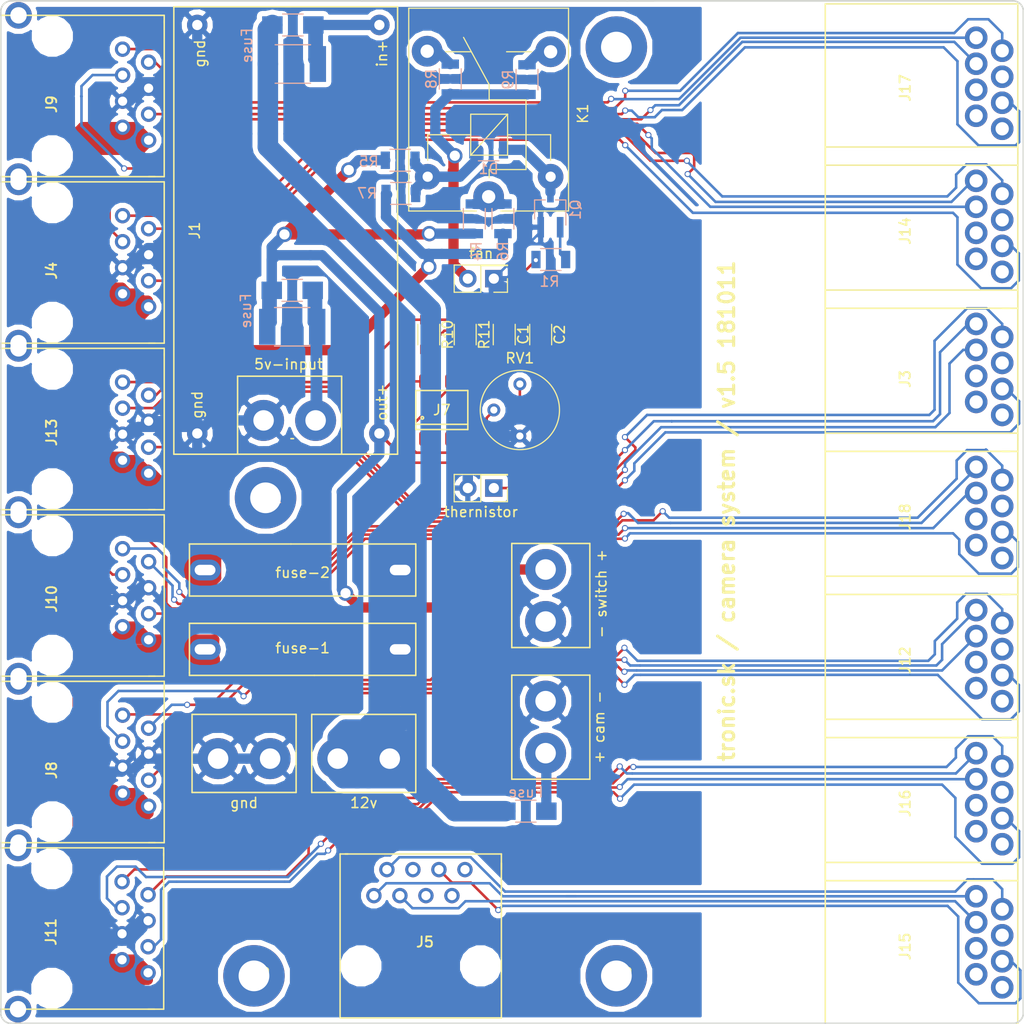
<source format=kicad_pcb>
(kicad_pcb (version 4) (host pcbnew 4.0.7)
  (layers (0 F.Cu signal hide) (31 B.Cu signal) (34 B.Paste user) (35 F.Paste user) (36 B.SilkS user) (37 F.SilkS user) (38 B.Mask user) (39 F.Mask user) (44 Edge.Cuts user))
  (net 0 "")
  (net 1 eth4-3)
  (net 2 eth4-1)
  (net 3 eth4-2)
  (net 4 eth5-3)
  (net 5 eth5-1)
  (net 6 eth5-4)
  (net 7 eth5-2)
  (net 8 eth6-3)
  (net 9 eth6-1)
  (net 10 eth6-4)
  (net 11 eth6-2)
  (net 12 eth1-3)
  (net 13 eth1-1)
  (net 14 eth1-4)
  (net 15 eth1-2)
  (net 16 eth2-3)
  (net 17 eth2-1)
  (net 18 eth2-4)
  (net 19 eth2-2)
  (net 20 12v-1)
  (net 21 12v-input)
  (net 22 eth7-4)
  (net 23 eth7-2)
  (net 24 eth7-3)
  (net 25 eth7-1)
  (net 26 12v-2)
  (net 27 5v)
  (net 28 "Net-(5v1-Pad1)")
  (net 29 in2-)
  (net 30 "Net-(D1-Pad1)")
  (net 31 "Net-(D1-Pad2)")
  (net 32 in2+)
  (net 33 out2)
  (net 34 "Net-(K1-Pad3)")
  (net 35 "Net-(K1-Pad4)")
  (net 36 "Net-(K1-Pad1)")
  (net 37 eth8-3)
  (net 38 eth8-1)
  (net 39 eth8-4)
  (net 40 eth8-2)
  (net 41 eth4-4)
  (net 42 gnd)
  (net 43 "Net-(12v2-Pad1)")
  (net 44 "Net-(J5-Pad7)")
  (net 45 "Net-(J5-Pad5)")
  (net 46 "Net-(J5-Pad8)")
  (net 47 "Net-(J5-Pad4)")
  (net 48 "Net-(J12-Pad5)")
  (net 49 "Net-(J12-Pad4)")
  (net 50 "Net-(J16-Pad5)")
  (net 51 "Net-(J16-Pad4)")
  (net 52 "Net-(J21-Pad1)")
  (net 53 "Net-(J1-Pad1)")
  (net 54 "Net-(J6-Pad2)")
  (net 55 "Net-(J7-Pad1)")
  (net 56 "Net-(J7-Pad2)")
  (net 57 "Net-(J7-Pad3)")
  (net 58 "Net-(J12-Pad7)")
  (net 59 "Net-(J12-Pad8)")
  (net 60 "Net-(J14-Pad7)")
  (net 61 "Net-(J14-Pad8)")
  (net 62 "Net-(J15-Pad7)")
  (net 63 "Net-(J15-Pad5)")
  (net 64 "Net-(J15-Pad8)")
  (net 65 "Net-(J15-Pad4)")
  (net 66 "Net-(J16-Pad7)")
  (net 67 "Net-(J16-Pad8)")
  (net 68 "Net-(J17-Pad7)")
  (net 69 "Net-(J17-Pad5)")
  (net 70 "Net-(J17-Pad8)")
  (net 71 "Net-(J17-Pad4)")
  (net 72 "Net-(J18-Pad7)")
  (net 73 "Net-(J18-Pad5)")
  (net 74 "Net-(J18-Pad8)")
  (net 75 "Net-(J18-Pad4)")
  (net 76 "Net-(J19-Pad1)")
  (net 77 "Net-(J20-Pad1)")
  (net 78 "Net-(J3-Pad7)")
  (net 79 "Net-(J3-Pad5)")
  (net 80 "Net-(J3-Pad8)")
  (net 81 "Net-(J3-Pad4)")
  (net 82 "Net-(J14-Pad5)")
  (net 83 "Net-(J14-Pad4)")
  (net 84 "Net-(Q1-Pad1)")
  (module Mounting_Holes:MountingHole_3mm_Pad (layer F.Cu) (at 80.4672 127.889)
    (fp_text reference J19 (at 0.254 -0.254) (layer F.SilkS))
    (fp_text value h1)
    (pad 1 thru_hole circle (at 0 0) (size 6 6) (drill 3) (layers *.Cu *.Mask) (net 76 "Net-(J19-Pad1)"))
  )
  (module psw-library:psw-dc-dc-lm2596 (layer F.Cu) (at 83.566 55.118 270)
    (fp_text reference J1 (at 0 8.89 270) (layer F.SilkS))
    (fp_text value d-dc)
    (fp_text user out+ (at 16.764 -9.398 270) (layer F.SilkS))
    (fp_text user in+ (at -17.272 -9.398 270) (layer F.SilkS))
    (fp_text user gnd (at 17.018 8.636 270) (layer F.SilkS))
    (fp_text user gnd (at -17.272 8.382 270) (layer F.SilkS))
    (pad 1 thru_hole circle (at -20.066 -9.144 270) (size 2 2) (drill 1) (layers *.Cu *.Mask) (net 53 "Net-(J1-Pad1)"))
    (pad 2 thru_hole circle (at -20.066 8.636 270) (size 2 2) (drill 1) (layers *.Cu *.Mask) (net 42 gnd))
    (pad 4 thru_hole circle (at 19.812 8.636 270) (size 2 2) (drill 1) (layers *.Cu *.Mask) (net 42 gnd))
    (pad 3 thru_hole circle (at 19.812 -9.144 270) (size 2 2) (drill 1) (layers *.Cu *.Mask) (net 27 5v))
  )
  (module Mounting_Holes:MountingHole_3mm_Pad (layer B.Cu) (at 81.5975 81.2165)
    (fp_text reference J20 (at 0.254 0) (layer B.SilkS) (effects (justify mirror)))
    (fp_text value h1)
    (pad 1 thru_hole circle (at 0 0) (size 6 6) (drill 3) (layers *.Cu *.Mask) (net 77 "Net-(J20-Pad1)"))
  )
  (module Resistors_SMD:R_1812 (layer B.Cu) (at 84.2645 38.862 180)
    (fp_text reference R3 hide)
    (fp_text value R)
    (pad 1 smd rect (at -2.44 0 180) (size 1.6 3.5) (layers B.Cu B.Paste B.Mask) (net 53 "Net-(J1-Pad1)"))
    (pad 2 smd rect (at 2.44 0 180) (size 1.6 3.5) (layers B.Cu B.Paste B.Mask) (net 21 12v-input))
  )
  (module psw-library:psw-poistka-auto (layer F.Cu) (at 75.946 86.487)
    (fp_text reference fuse-2 (at 9.271 2.032) (layer F.SilkS))
    (fp_text value fuse-2)
    (pad 1 thru_hole oval (at -0.254 1.778) (size 3.048 2.032) (drill oval 2.032 1.016) (layers *.Cu *.Mask) (net 26 12v-2))
    (pad 2 thru_hole oval (at 18.796 1.778) (size 3.048 2.032) (drill oval 2.032 1.016) (layers *.Cu *.Mask) (net 21 12v-input))
  )
  (module psw-library:psw-poistka-auto (layer F.Cu) (at 94.488 97.79 180)
    (fp_text reference fuse-1 (at 9.271 1.905 180) (layer F.SilkS))
    (fp_text value fuse-1)
    (pad 1 thru_hole oval (at -0.254 1.778 180) (size 3.048 2.032) (drill oval 2.032 1.016) (layers *.Cu *.Mask) (net 21 12v-input))
    (pad 2 thru_hole oval (at 18.796 1.778 180) (size 3.048 2.032) (drill oval 2.032 1.016) (layers *.Cu *.Mask) (net 20 12v-1))
  )
  (module psw-library:psw-konektor-zeleny (layer F.Cu) (at 84.582 108.712)
    (fp_text reference gnd (at -5.08 2.286) (layer F.SilkS))
    (fp_text value gnd)
    (pad 1 thru_hole circle (at -2.54 -2.032) (size 4 4) (drill 2) (layers *.Cu *.Mask) (net 42 gnd))
    (pad 2 thru_hole circle (at -7.62 -2.032) (size 4 4) (drill 2) (layers *.Cu *.Mask) (net 42 gnd))
  )
  (module psw-library:psw-konektor-zeleny (layer F.Cu) (at 96.266 108.712)
    (fp_text reference 12v (at -5.08 2.286) (layer F.SilkS))
    (fp_text value 12v-input)
    (pad 1 thru_hole circle (at -2.54 -2.032) (size 4 4) (drill 2) (layers *.Cu *.Mask) (net 21 12v-input))
    (pad 2 thru_hole circle (at -7.62 -2.032) (size 4 4) (drill 2) (layers *.Cu *.Mask) (net 21 12v-input))
  )
  (module psw-library:psw-konektor-zeleny (layer F.Cu) (at 89.027 75.692)
    (fp_text reference 5v-input (at -5.1816 -7.5184) (layer F.SilkS))
    (fp_text value 5v-input)
    (pad 1 thru_hole circle (at -2.54 -2.032) (size 4 4) (drill 2) (layers *.Cu *.Mask) (net 28 "Net-(5v1-Pad1)"))
    (pad 2 thru_hole circle (at -7.62 -2.032) (size 4 4) (drill 2) (layers *.Cu *.Mask) (net 42 gnd))
  )
  (module Resistors_SMD:R_1812 (layer B.Cu) (at 84.201 64.516 180)
    (fp_text reference "" (at 0 2.72 180) (layer B.SilkS) (effects (justify mirror)))
    (fp_text value R)
    (pad 1 smd rect (at -2.44 0 180) (size 1.6 3.5) (layers B.Cu B.Paste B.Mask) (net 28 "Net-(5v1-Pad1)"))
    (pad 2 smd rect (at 2.44 0 180) (size 1.6 3.5) (layers B.Cu B.Paste B.Mask) (net 27 5v))
  )
  (module Resistors_SMD:R_1206_HandSoldering (layer B.Cu) (at 84.201 60.96 180)
    (fp_text reference Fuse (at 4.5212 -2.0066 270) (layer B.SilkS) (effects (justify mirror)))
    (fp_text value R)
    (pad 1 smd rect (at -2 0 180) (size 2 1.7) (layers B.Cu B.Paste B.Mask) (net 28 "Net-(5v1-Pad1)"))
    (pad 2 smd rect (at 2 0 180) (size 2 1.7) (layers B.Cu B.Paste B.Mask) (net 27 5v))
  )
  (module Resistors_SMD:R_1206_HandSoldering (layer B.Cu) (at 84.2645 35.052 180)
    (fp_text reference Fuse (at 4.4831 -2.0066 450) (layer B.SilkS) (effects (justify mirror)))
    (fp_text value R)
    (pad 1 smd rect (at -2 0 180) (size 2 1.7) (layers B.Cu B.Paste B.Mask) (net 53 "Net-(J1-Pad1)"))
    (pad 2 smd rect (at 2 0 180) (size 2 1.7) (layers B.Cu B.Paste B.Mask) (net 21 12v-input))
  )
  (module Power_Integrations:SO-8 (layer F.Cu) (at 98.806 72.644)
    (fp_text reference J7 (at 0 0) (layer F.SilkS))
    (fp_text value lm393)
    (pad 1 smd oval (at -1.905 2.794) (size 0.6096 1.4732) (layers F.Cu F.Paste F.Mask) (net 55 "Net-(J7-Pad1)"))
    (pad 2 smd oval (at -0.635 2.794) (size 0.6096 1.4732) (layers F.Cu F.Paste F.Mask) (net 56 "Net-(J7-Pad2)"))
    (pad 3 smd oval (at 0.635 2.794) (size 0.6096 1.4732) (layers F.Cu F.Paste F.Mask) (net 57 "Net-(J7-Pad3)"))
    (pad 4 smd oval (at 1.905 2.794) (size 0.6096 1.4732) (layers F.Cu F.Paste F.Mask) (net 42 gnd))
    (pad 5 smd oval (at 1.905 -2.794) (size 0.6096 1.4732) (layers F.Cu F.Paste F.Mask) (net 32 in2+))
    (pad 6 smd oval (at 0.635 -2.794) (size 0.6096 1.4732) (layers F.Cu F.Paste F.Mask) (net 29 in2-))
    (pad 7 smd oval (at -0.635 -2.794) (size 0.6096 1.4732) (layers F.Cu F.Paste F.Mask) (net 33 out2))
    (pad 8 smd oval (at -1.905 -2.794) (size 0.6096 1.4732) (layers F.Cu F.Paste F.Mask) (net 27 5v))
  )
  (module Pin_Headers:Pin_Header_Straight_2x01_Pitch2.54mm (layer F.Cu) (at 103.886 80.264 180)
    (fp_text reference thernistor (at 1.27 -2.33 180) (layer F.SilkS))
    (fp_text value termistor)
    (pad 1 thru_hole rect (at 0 0 180) (size 1.7 1.7) (drill 1) (layers *.Cu *.Mask) (net 32 in2+))
    (pad 2 thru_hole oval (at 2.54 0 180) (size 1.7 1.7) (drill 1) (layers *.Cu *.Mask) (net 42 gnd))
  )
  (module Pin_Headers:Pin_Header_Straight_2x01_Pitch2.54mm (layer F.Cu) (at 103.886 59.817 180)
    (fp_text reference fan (at 1.2446 2.4638 180) (layer F.SilkS))
    (fp_text value fan)
    (pad 1 thru_hole rect (at 0 0 180) (size 1.7 1.7) (drill 1) (layers *.Cu *.Mask) (net 42 gnd))
    (pad 2 thru_hole oval (at 2.54 0 180) (size 1.7 1.7) (drill 1) (layers *.Cu *.Mask) (net 54 "Net-(J6-Pad2)"))
  )
  (module Resistors_SMD:R_1206 (layer B.Cu) (at 109.4486 57.9501 180)
    (fp_text reference R1 (at 0.127 -2.1463 180) (layer B.SilkS) (effects (justify mirror)))
    (fp_text value R)
    (pad 1 smd rect (at -1.45 0 180) (size 0.9 1.7) (layers B.Cu B.Paste B.Mask) (net 84 "Net-(Q1-Pad1)"))
    (pad 2 smd rect (at 1.45 0 180) (size 0.9 1.7) (layers B.Cu B.Paste B.Mask) (net 33 out2))
  )
  (module Resistors_SMD:R_1206 (layer B.Cu) (at 94.742 48.26 180)
    (fp_text reference R5 (at 3.0734 -0.127 180) (layer B.SilkS) (effects (justify mirror)))
    (fp_text value R)
    (pad 1 smd rect (at -1.45 0 180) (size 0.9 1.7) (layers B.Cu B.Paste B.Mask) (net 30 "Net-(D1-Pad1)"))
    (pad 2 smd rect (at 1.45 0 180) (size 0.9 1.7) (layers B.Cu B.Paste B.Mask) (net 27 5v))
  )
  (module Resistors_SMD:R_1206 (layer B.Cu) (at 94.8055 51.4985 180)
    (fp_text reference R7 (at 3.2893 0.0127 180) (layer B.SilkS) (effects (justify mirror)))
    (fp_text value R)
    (pad 1 smd rect (at -1.45 0 180) (size 0.9 1.7) (layers B.Cu B.Paste B.Mask) (net 30 "Net-(D1-Pad1)"))
    (pad 2 smd rect (at 1.45 0 180) (size 0.9 1.7) (layers B.Cu B.Paste B.Mask) (net 26 12v-2))
  )
  (module Resistors_SMD:R_1206 (layer B.Cu) (at 99.6315 40.3225 270)
    (fp_text reference R8 (at 0 1.85 270) (layer B.SilkS) (effects (justify mirror)))
    (fp_text value R)
    (pad 1 smd rect (at -1.45 0 270) (size 0.9 1.7) (layers B.Cu B.Paste B.Mask) (net 35 "Net-(K1-Pad4)"))
    (pad 2 smd rect (at 1.45 0 270) (size 0.9 1.7) (layers B.Cu B.Paste B.Mask) (net 54 "Net-(J6-Pad2)"))
  )
  (module Resistors_SMD:R_1206 (layer B.Cu) (at 101.981 53.975 90)
    (fp_text reference R4 (at -3.175 0.2032 90) (layer B.SilkS) (effects (justify mirror)))
    (fp_text value R)
    (pad 1 smd rect (at -1.45 0 90) (size 0.9 1.7) (layers B.Cu B.Paste B.Mask) (net 27 5v))
    (pad 2 smd rect (at 1.45 0 90) (size 0.9 1.7) (layers B.Cu B.Paste B.Mask) (net 36 "Net-(K1-Pad1)"))
  )
  (module Resistors_SMD:R_1206 (layer B.Cu) (at 104.775 53.975 90)
    (fp_text reference R6 (at -3.175 0 90) (layer B.SilkS) (effects (justify mirror)))
    (fp_text value R)
    (pad 1 smd rect (at -1.45 0 90) (size 0.9 1.7) (layers B.Cu B.Paste B.Mask) (net 26 12v-2))
    (pad 2 smd rect (at 1.45 0 90) (size 0.9 1.7) (layers B.Cu B.Paste B.Mask) (net 36 "Net-(K1-Pad1)"))
  )
  (module Resistors_SMD:R_1206 (layer B.Cu) (at 107.1245 40.386 270)
    (fp_text reference R9 (at 0 1.85 270) (layer B.SilkS) (effects (justify mirror)))
    (fp_text value R)
    (pad 1 smd rect (at -1.45 0 270) (size 0.9 1.7) (layers B.Cu B.Paste B.Mask) (net 34 "Net-(K1-Pad3)"))
    (pad 2 smd rect (at 1.45 0 270) (size 0.9 1.7) (layers B.Cu B.Paste B.Mask) (net 54 "Net-(J6-Pad2)"))
  )
  (module Resistors_SMD:R_1206 (layer F.Cu) (at 97.536 65.278 270)
    (fp_text reference R10 (at 0 -1.85 270) (layer F.SilkS))
    (fp_text value R)
    (pad 1 smd rect (at -1.45 0 270) (size 0.9 1.7) (layers F.Cu F.Paste F.Mask) (net 27 5v))
    (pad 2 smd rect (at 1.45 0 270) (size 0.9 1.7) (layers F.Cu F.Paste F.Mask) (net 33 out2))
  )
  (module Resistors_SMD:R_1206 (layer F.Cu) (at 101.092 65.278 270)
    (fp_text reference R11 (at 0 -1.85 270) (layer F.SilkS))
    (fp_text value R)
    (pad 1 smd rect (at -1.45 0 270) (size 0.9 1.7) (layers F.Cu F.Paste F.Mask) (net 27 5v))
    (pad 2 smd rect (at 1.45 0 270) (size 0.9 1.7) (layers F.Cu F.Paste F.Mask) (net 32 in2+))
  )
  (module Potentiometers:Potentiometer_Trimmer_Bourns_3339P_Horizontal (layer F.Cu) (at 106.426 75.184)
    (fp_text reference RV1 (at 0 -7.6) (layer F.SilkS))
    (fp_text value POT)
    (pad 3 thru_hole circle (at 0 -5.08) (size 1.26 1.26) (drill 0.7) (layers *.Cu *.Mask) (net 27 5v))
    (pad 2 thru_hole circle (at -2.54 -2.54) (size 1.26 1.26) (drill 0.7) (layers *.Cu *.Mask) (net 29 in2-))
    (pad 1 thru_hole circle (at 0 0) (size 1.26 1.26) (drill 0.7) (layers *.Cu *.Mask) (net 42 gnd))
  )
  (module Relays_THT:Relay_SPDT_SANYOU_SRD_Series_Form_C (layer F.Cu) (at 103.378 51.816 90)
    (fp_text reference K1 (at 8.1 9.2 90) (layer F.SilkS))
    (fp_text value G5Q-1)
    (pad 2 thru_hole circle (at 1.95 6.05 180) (size 2.5 2.5) (drill 1) (layers *.Cu *.Mask) (net 31 "Net-(D1-Pad2)"))
    (pad 3 thru_hole circle (at 14.15 6.05 180) (size 3 3) (drill 1.3) (layers *.Cu *.Mask) (net 34 "Net-(K1-Pad3)"))
    (pad 4 thru_hole circle (at 14.2 -6 180) (size 3 3) (drill 1.3) (layers *.Cu *.Mask) (net 35 "Net-(K1-Pad4)"))
    (pad 5 thru_hole circle (at 1.95 -5.95 180) (size 2.5 2.5) (drill 1) (layers *.Cu *.Mask) (net 30 "Net-(D1-Pad1)"))
    (pad 1 thru_hole circle (at 0 0 180) (size 3 3) (drill 1.3) (layers *.Cu *.Mask) (net 36 "Net-(K1-Pad1)"))
  )
  (module TO_SOT_Packages_SMD:TSOT-23_HandSoldering (layer B.Cu) (at 109.4105 53.086 90)
    (fp_text reference Q1 (at 0 2.45 90) (layer B.SilkS) (effects (justify mirror)))
    (fp_text value 2N2219)
    (pad 1 smd rect (at -1.71 0.95 90) (size 2 0.65) (layers B.Cu B.Paste B.Mask) (net 84 "Net-(Q1-Pad1)"))
    (pad 2 smd rect (at -1.71 -0.95 90) (size 2 0.65) (layers B.Cu B.Paste B.Mask) (net 42 gnd))
    (pad 3 smd rect (at 1.71 0 90) (size 2 0.65) (layers B.Cu B.Paste B.Mask) (net 31 "Net-(D1-Pad2)"))
  )
  (module Mounting_Holes:MountingHole_3mm_Pad (layer F.Cu) (at 115.8494 127.889)
    (fp_text reference J19 (at 0.254 -0.254) (layer F.SilkS))
    (fp_text value h1)
    (pad 1 thru_hole circle (at 0 0) (size 6 6) (drill 3) (layers *.Cu *.Mask) (net 76 "Net-(J19-Pad1)"))
  )
  (module Mounting_Holes:MountingHole_3mm_Pad (layer F.Cu) (at 115.8494 37.211)
    (fp_text reference J21 (at 0 -0.254) (layer F.SilkS))
    (fp_text value h1)
    (pad 1 thru_hole circle (at 0 0) (size 6 6) (drill 3) (layers *.Cu *.Mask) (net 52 "Net-(J21-Pad1)"))
  )
  (module psw-library:RJ45-TYCO-406549-psw-short (layer F.Cu) (at 65.8114 123.7742)
    (fp_text reference J11 (at -4.572 1.27 90) (layer F.SilkS) (effects (font (thickness 0.18)) (justify left bottom)))
    (fp_text value eth7 hide)
    (pad 7 thru_hole circle (at 1.778 2.54) (size 1.5 1.5) (drill 0.9) (layers *.Cu *.Mask) (net 20 12v-1))
    (pad 5 thru_hole circle (at 1.778 0) (size 1.5 1.5) (drill 0.9) (layers *.Cu *.Mask) (net 42 gnd))
    (pad 3 thru_hole circle (at 1.778 -2.54) (size 1.5 1.5) (drill 0.9) (layers *.Cu *.Mask) (net 24 eth7-3))
    (pad 1 thru_hole circle (at 1.778 -5.08) (size 1.5 1.5) (drill 0.9) (layers *.Cu *.Mask) (net 25 eth7-1))
    (pad 8 thru_hole circle (at 4.318 3.81) (size 1.5 1.5) (drill 0.9) (layers *.Cu *.Mask) (net 20 12v-1))
    (pad 6 thru_hole circle (at 4.318 1.27) (size 1.5 1.5) (drill 0.9) (layers *.Cu *.Mask) (net 22 eth7-4))
    (pad 4 thru_hole circle (at 4.318 -1.27) (size 1.5 1.5) (drill 0.9) (layers *.Cu *.Mask) (net 42 gnd))
    (pad 2 thru_hole circle (at 4.318 -3.81) (size 1.5 1.5) (drill 0.9) (layers *.Cu *.Mask) (net 23 eth7-2))
    (pad SH thru_hole circle (at -8.382 -8.382) (size 2.6 2.6) (drill 1.6) (layers *.Cu *.Mask))
    (pad SH thru_hole circle (at -8.382 7.366) (size 2.6 2.6) (drill 1.6) (layers *.Cu *.Mask))
    (pad "" np_thru_hole circle (at -5.08 -6.35) (size 3 3) (drill 3) (layers *.Cu))
    (pad "" np_thru_hole circle (at -5.08 5.334) (size 3 3) (drill 3) (layers *.Cu))
  )
  (module psw-library:RJ45-TYCO-406549-psw-short (layer F.Cu) (at 65.8622 58.7502)
    (fp_text reference J4 (at -4.572 1.27 90) (layer F.SilkS) (effects (font (thickness 0.18)) (justify left bottom)))
    (fp_text value eth2 hide)
    (pad 7 thru_hole circle (at 1.778 2.54) (size 1.5 1.5) (drill 0.9) (layers *.Cu *.Mask) (net 26 12v-2))
    (pad 5 thru_hole circle (at 1.778 0) (size 1.5 1.5) (drill 0.9) (layers *.Cu *.Mask) (net 42 gnd))
    (pad 3 thru_hole circle (at 1.778 -2.54) (size 1.5 1.5) (drill 0.9) (layers *.Cu *.Mask) (net 16 eth2-3))
    (pad 1 thru_hole circle (at 1.778 -5.08) (size 1.5 1.5) (drill 0.9) (layers *.Cu *.Mask) (net 17 eth2-1))
    (pad 8 thru_hole circle (at 4.318 3.81) (size 1.5 1.5) (drill 0.9) (layers *.Cu *.Mask) (net 26 12v-2))
    (pad 6 thru_hole circle (at 4.318 1.27) (size 1.5 1.5) (drill 0.9) (layers *.Cu *.Mask) (net 18 eth2-4))
    (pad 4 thru_hole circle (at 4.318 -1.27) (size 1.5 1.5) (drill 0.9) (layers *.Cu *.Mask) (net 42 gnd))
    (pad 2 thru_hole circle (at 4.318 -3.81) (size 1.5 1.5) (drill 0.9) (layers *.Cu *.Mask) (net 19 eth2-2))
    (pad SH thru_hole circle (at -8.382 -8.382) (size 2.6 2.6) (drill 1.6) (layers *.Cu *.Mask))
    (pad SH thru_hole circle (at -8.382 7.366) (size 2.6 2.6) (drill 1.6) (layers *.Cu *.Mask))
    (pad "" np_thru_hole circle (at -5.08 -6.35) (size 3 3) (drill 3) (layers *.Cu))
    (pad "" np_thru_hole circle (at -5.08 5.334) (size 3 3) (drill 3) (layers *.Cu))
  )
  (module psw-library:RJ45-TYCO-406549-psw-short (layer F.Cu) (at 65.8622 107.5182)
    (fp_text reference J8 (at -4.572 1.27 90) (layer F.SilkS) (effects (font (thickness 0.18)) (justify left bottom)))
    (fp_text value eth4 hide)
    (pad 7 thru_hole circle (at 1.778 2.54) (size 1.5 1.5) (drill 0.9) (layers *.Cu *.Mask) (net 20 12v-1))
    (pad 5 thru_hole circle (at 1.778 0) (size 1.5 1.5) (drill 0.9) (layers *.Cu *.Mask) (net 42 gnd))
    (pad 3 thru_hole circle (at 1.778 -2.54) (size 1.5 1.5) (drill 0.9) (layers *.Cu *.Mask) (net 1 eth4-3))
    (pad 1 thru_hole circle (at 1.778 -5.08) (size 1.5 1.5) (drill 0.9) (layers *.Cu *.Mask) (net 2 eth4-1))
    (pad 8 thru_hole circle (at 4.318 3.81) (size 1.5 1.5) (drill 0.9) (layers *.Cu *.Mask) (net 20 12v-1))
    (pad 6 thru_hole circle (at 4.318 1.27) (size 1.5 1.5) (drill 0.9) (layers *.Cu *.Mask) (net 41 eth4-4))
    (pad 4 thru_hole circle (at 4.318 -1.27) (size 1.5 1.5) (drill 0.9) (layers *.Cu *.Mask) (net 42 gnd))
    (pad 2 thru_hole circle (at 4.318 -3.81) (size 1.5 1.5) (drill 0.9) (layers *.Cu *.Mask) (net 3 eth4-2))
    (pad SH thru_hole circle (at -8.382 -8.382) (size 2.6 2.6) (drill 1.6) (layers *.Cu *.Mask))
    (pad SH thru_hole circle (at -8.382 7.366) (size 2.6 2.6) (drill 1.6) (layers *.Cu *.Mask))
    (pad "" np_thru_hole circle (at -5.08 -6.35) (size 3 3) (drill 3) (layers *.Cu))
    (pad "" np_thru_hole circle (at -5.08 5.334) (size 3 3) (drill 3) (layers *.Cu))
  )
  (module psw-library:RJ45-TYCO-406549-psw-short (layer F.Cu) (at 65.8622 42.4942)
    (fp_text reference J9 (at -4.572 1.27 90) (layer F.SilkS) (effects (font (thickness 0.18)) (justify left bottom)))
    (fp_text value eth5 hide)
    (pad 7 thru_hole circle (at 1.778 2.54) (size 1.5 1.5) (drill 0.9) (layers *.Cu *.Mask) (net 26 12v-2))
    (pad 5 thru_hole circle (at 1.778 0) (size 1.5 1.5) (drill 0.9) (layers *.Cu *.Mask) (net 42 gnd))
    (pad 3 thru_hole circle (at 1.778 -2.54) (size 1.5 1.5) (drill 0.9) (layers *.Cu *.Mask) (net 4 eth5-3))
    (pad 1 thru_hole circle (at 1.778 -5.08) (size 1.5 1.5) (drill 0.9) (layers *.Cu *.Mask) (net 5 eth5-1))
    (pad 8 thru_hole circle (at 4.318 3.81) (size 1.5 1.5) (drill 0.9) (layers *.Cu *.Mask) (net 26 12v-2))
    (pad 6 thru_hole circle (at 4.318 1.27) (size 1.5 1.5) (drill 0.9) (layers *.Cu *.Mask) (net 6 eth5-4))
    (pad 4 thru_hole circle (at 4.318 -1.27) (size 1.5 1.5) (drill 0.9) (layers *.Cu *.Mask) (net 42 gnd))
    (pad 2 thru_hole circle (at 4.318 -3.81) (size 1.5 1.5) (drill 0.9) (layers *.Cu *.Mask) (net 7 eth5-2))
    (pad SH thru_hole circle (at -8.382 -8.382) (size 2.6 2.6) (drill 1.6) (layers *.Cu *.Mask))
    (pad SH thru_hole circle (at -8.382 7.366) (size 2.6 2.6) (drill 1.6) (layers *.Cu *.Mask))
    (pad "" np_thru_hole circle (at -5.08 -6.35) (size 3 3) (drill 3) (layers *.Cu))
    (pad "" np_thru_hole circle (at -5.08 5.334) (size 3 3) (drill 3) (layers *.Cu))
  )
  (module psw-library:RJ45-TYCO-406549-psw-short (layer F.Cu) (at 65.8622 91.2622)
    (fp_text reference J10 (at -4.572 1.27 90) (layer F.SilkS) (effects (font (thickness 0.18)) (justify left bottom)))
    (fp_text value eth6 hide)
    (pad 7 thru_hole circle (at 1.778 2.54) (size 1.5 1.5) (drill 0.9) (layers *.Cu *.Mask) (net 20 12v-1))
    (pad 5 thru_hole circle (at 1.778 0) (size 1.5 1.5) (drill 0.9) (layers *.Cu *.Mask) (net 42 gnd))
    (pad 3 thru_hole circle (at 1.778 -2.54) (size 1.5 1.5) (drill 0.9) (layers *.Cu *.Mask) (net 8 eth6-3))
    (pad 1 thru_hole circle (at 1.778 -5.08) (size 1.5 1.5) (drill 0.9) (layers *.Cu *.Mask) (net 9 eth6-1))
    (pad 8 thru_hole circle (at 4.318 3.81) (size 1.5 1.5) (drill 0.9) (layers *.Cu *.Mask) (net 20 12v-1))
    (pad 6 thru_hole circle (at 4.318 1.27) (size 1.5 1.5) (drill 0.9) (layers *.Cu *.Mask) (net 10 eth6-4))
    (pad 4 thru_hole circle (at 4.318 -1.27) (size 1.5 1.5) (drill 0.9) (layers *.Cu *.Mask) (net 42 gnd))
    (pad 2 thru_hole circle (at 4.318 -3.81) (size 1.5 1.5) (drill 0.9) (layers *.Cu *.Mask) (net 11 eth6-2))
    (pad SH thru_hole circle (at -8.382 -8.382) (size 2.6 2.6) (drill 1.6) (layers *.Cu *.Mask))
    (pad SH thru_hole circle (at -8.382 7.366) (size 2.6 2.6) (drill 1.6) (layers *.Cu *.Mask))
    (pad "" np_thru_hole circle (at -5.08 -6.35) (size 3 3) (drill 3) (layers *.Cu))
    (pad "" np_thru_hole circle (at -5.08 5.334) (size 3 3) (drill 3) (layers *.Cu))
  )
  (module psw-library:RJ45-TYCO-406549-psw-short (layer F.Cu) (at 65.8622 75.0062)
    (fp_text reference J13 (at -4.572 1.27 90) (layer F.SilkS) (effects (font (thickness 0.18)) (justify left bottom)))
    (fp_text value eth1-in hide)
    (pad 7 thru_hole circle (at 1.778 2.54) (size 1.5 1.5) (drill 0.9) (layers *.Cu *.Mask) (net 26 12v-2))
    (pad 5 thru_hole circle (at 1.778 0) (size 1.5 1.5) (drill 0.9) (layers *.Cu *.Mask) (net 42 gnd))
    (pad 3 thru_hole circle (at 1.778 -2.54) (size 1.5 1.5) (drill 0.9) (layers *.Cu *.Mask) (net 12 eth1-3))
    (pad 1 thru_hole circle (at 1.778 -5.08) (size 1.5 1.5) (drill 0.9) (layers *.Cu *.Mask) (net 13 eth1-1))
    (pad 8 thru_hole circle (at 4.318 3.81) (size 1.5 1.5) (drill 0.9) (layers *.Cu *.Mask) (net 26 12v-2))
    (pad 6 thru_hole circle (at 4.318 1.27) (size 1.5 1.5) (drill 0.9) (layers *.Cu *.Mask) (net 14 eth1-4))
    (pad 4 thru_hole circle (at 4.318 -1.27) (size 1.5 1.5) (drill 0.9) (layers *.Cu *.Mask) (net 42 gnd))
    (pad 2 thru_hole circle (at 4.318 -3.81) (size 1.5 1.5) (drill 0.9) (layers *.Cu *.Mask) (net 15 eth1-2))
    (pad SH thru_hole circle (at -8.382 -8.382) (size 2.6 2.6) (drill 1.6) (layers *.Cu *.Mask))
    (pad SH thru_hole circle (at -8.382 7.366) (size 2.6 2.6) (drill 1.6) (layers *.Cu *.Mask))
    (pad "" np_thru_hole circle (at -5.08 -6.35) (size 3 3) (drill 3) (layers *.Cu))
    (pad "" np_thru_hole circle (at -5.08 5.334) (size 3 3) (drill 3) (layers *.Cu))
  )
  (module psw-library:psw-rj-45-short-no-gnd (layer F.Cu) (at 97.2566 121.8311 90)
    (fp_text reference J5 (at -3.3401 -1.0668 180) (layer F.SilkS) (effects (font (thickness 0.18)) (justify left bottom)))
    (fp_text value eth8 hide)
    (pad 7 thru_hole circle (at 1.778 2.54 90) (size 1.5 1.5) (drill 0.9) (layers *.Cu *.Mask) (net 44 "Net-(J5-Pad7)"))
    (pad 5 thru_hole circle (at 1.778 0 90) (size 1.5 1.5) (drill 0.9) (layers *.Cu *.Mask) (net 45 "Net-(J5-Pad5)"))
    (pad 3 thru_hole circle (at 1.778 -2.54 90) (size 1.5 1.5) (drill 0.9) (layers *.Cu *.Mask) (net 37 eth8-3))
    (pad 1 thru_hole circle (at 1.778 -5.08 90) (size 1.5 1.5) (drill 0.9) (layers *.Cu *.Mask) (net 38 eth8-1))
    (pad 8 thru_hole circle (at 4.318 3.81 90) (size 1.5 1.5) (drill 0.9) (layers *.Cu *.Mask) (net 46 "Net-(J5-Pad8)"))
    (pad 6 thru_hole circle (at 4.318 1.27 90) (size 1.5 1.5) (drill 0.9) (layers *.Cu *.Mask) (net 39 eth8-4))
    (pad 4 thru_hole circle (at 4.318 -1.27 90) (size 1.5 1.5) (drill 0.9) (layers *.Cu *.Mask) (net 47 "Net-(J5-Pad4)"))
    (pad 2 thru_hole circle (at 4.318 -3.81 90) (size 1.5 1.5) (drill 0.9) (layers *.Cu *.Mask) (net 40 eth8-2))
    (pad "" np_thru_hole circle (at -5.08 -6.35 90) (size 3 3) (drill 3) (layers *.Cu))
    (pad "" np_thru_hole circle (at -5.08 5.334 90) (size 3 3) (drill 3) (layers *.Cu))
  )
  (module psw-library:psw-konektor-zeleny (layer F.Cu) (at 106.9086 108.6866 270)
    (fp_text reference "+ cam -" (at -5.08 -7.2644 270) (layer F.SilkS))
    (fp_text value cam-out)
    (pad 1 thru_hole circle (at -2.54 -2.032 270) (size 4 4) (drill 2) (layers *.Cu *.Mask) (net 43 "Net-(12v2-Pad1)"))
    (pad 2 thru_hole circle (at -7.62 -2.032 270) (size 4 4) (drill 2) (layers *.Cu *.Mask) (net 42 gnd))
  )
  (module Resistors_SMD:R_1206_HandSoldering (layer B.Cu) (at 107.0102 111.8108 180)
    (fp_text reference Fuse (at 0 1.85 180) (layer B.SilkS) (effects (justify mirror)))
    (fp_text value R)
    (pad 1 smd rect (at -2 0 180) (size 2 1.7) (layers B.Cu B.Paste B.Mask) (net 43 "Net-(12v2-Pad1)"))
    (pad 2 smd rect (at 2 0 180) (size 2 1.7) (layers B.Cu B.Paste B.Mask) (net 21 12v-input))
  )
  (module Resistors_SMD:R_1206 (layer F.Cu) (at 104.902 65.278 270)
    (fp_text reference C1 (at 0 -1.85 270) (layer F.SilkS))
    (fp_text value C)
    (pad 1 smd rect (at -1.45 0 270) (size 0.9 1.7) (layers F.Cu F.Paste F.Mask) (net 27 5v))
    (pad 2 smd rect (at 1.45 0 270) (size 0.9 1.7) (layers F.Cu F.Paste F.Mask) (net 42 gnd))
  )
  (module Resistors_SMD:R_1206 (layer F.Cu) (at 108.458 65.278 270)
    (fp_text reference C2 (at 0 -1.85 270) (layer F.SilkS))
    (fp_text value C)
    (pad 1 smd rect (at -1.45 0 270) (size 0.9 1.7) (layers F.Cu F.Paste F.Mask) (net 32 in2+))
    (pad 2 smd rect (at 1.45 0 270) (size 0.9 1.7) (layers F.Cu F.Paste F.Mask) (net 42 gnd))
  )
  (module Resistors_SMD:R_1206 (layer B.Cu) (at 103.378 47.244)
    (fp_text reference D1 (at 0 1.85) (layer B.SilkS) (effects (justify mirror)))
    (fp_text value D)
    (pad 1 smd rect (at -1.45 0) (size 0.9 1.7) (layers B.Cu B.Paste B.Mask) (net 30 "Net-(D1-Pad1)"))
    (pad 2 smd rect (at 1.45 0) (size 0.9 1.7) (layers B.Cu B.Paste B.Mask) (net 31 "Net-(D1-Pad2)"))
  )
  (module psw-library:rj-45-big-pins (layer F.Cu) (at 149.1996 69.3166)
    (fp_text reference J3 (at -4.572 1.27 90) (layer F.SilkS) (effects (font (thickness 0.18)) (justify left bottom)))
    (fp_text value eth1 hide)
    (pad 7 thru_hole circle (at 1.778 2.54) (size 2.2 2.2) (drill 1.3) (layers *.Cu *.Mask) (net 78 "Net-(J3-Pad7)"))
    (pad 5 thru_hole circle (at 1.778 0) (size 2.2 2.2) (drill 1.3) (layers *.Cu *.Mask) (net 79 "Net-(J3-Pad5)"))
    (pad 3 thru_hole circle (at 1.778 -2.54) (size 2.2 2.2) (drill 1.3) (layers *.Cu *.Mask) (net 12 eth1-3))
    (pad 1 thru_hole circle (at 1.778 -5.08) (size 2.2 2.2) (drill 1.3) (layers *.Cu *.Mask) (net 13 eth1-1))
    (pad 8 thru_hole circle (at 4.318 3.81) (size 2.2 2.2) (drill 1.3) (layers *.Cu *.Mask) (net 80 "Net-(J3-Pad8)"))
    (pad 6 thru_hole circle (at 4.318 1.27) (size 2.2 2.2) (drill 1.3) (layers *.Cu *.Mask) (net 14 eth1-4))
    (pad 4 thru_hole circle (at 4.318 -1.27) (size 2.2 2.2) (drill 1.3) (layers *.Cu *.Mask) (net 81 "Net-(J3-Pad4)"))
    (pad 2 thru_hole circle (at 4.318 -3.81) (size 2.2 2.2) (drill 1.3) (layers *.Cu *.Mask) (net 15 eth1-2))
  )
  (module psw-library:rj-45-big-pins (layer F.Cu) (at 149.1996 97.2566)
    (fp_text reference J12 (at -4.572 1.27 90) (layer F.SilkS) (effects (font (thickness 0.18)) (justify left bottom)))
    (fp_text value eth7-in hide)
    (pad 7 thru_hole circle (at 1.778 2.54) (size 2.2 2.2) (drill 1.3) (layers *.Cu *.Mask) (net 58 "Net-(J12-Pad7)"))
    (pad 5 thru_hole circle (at 1.778 0) (size 2.2 2.2) (drill 1.3) (layers *.Cu *.Mask) (net 48 "Net-(J12-Pad5)"))
    (pad 3 thru_hole circle (at 1.778 -2.54) (size 2.2 2.2) (drill 1.3) (layers *.Cu *.Mask) (net 1 eth4-3))
    (pad 1 thru_hole circle (at 1.778 -5.08) (size 2.2 2.2) (drill 1.3) (layers *.Cu *.Mask) (net 2 eth4-1))
    (pad 8 thru_hole circle (at 4.318 3.81) (size 2.2 2.2) (drill 1.3) (layers *.Cu *.Mask) (net 59 "Net-(J12-Pad8)"))
    (pad 6 thru_hole circle (at 4.318 1.27) (size 2.2 2.2) (drill 1.3) (layers *.Cu *.Mask) (net 41 eth4-4))
    (pad 4 thru_hole circle (at 4.318 -1.27) (size 2.2 2.2) (drill 1.3) (layers *.Cu *.Mask) (net 49 "Net-(J12-Pad4)"))
    (pad 2 thru_hole circle (at 4.318 -3.81) (size 2.2 2.2) (drill 1.3) (layers *.Cu *.Mask) (net 3 eth4-2))
  )
  (module psw-library:rj-45-big-pins (layer F.Cu) (at 149.1996 125.1966)
    (fp_text reference J15 (at -4.572 1.27 90) (layer F.SilkS) (effects (font (thickness 0.18)) (justify left bottom)))
    (fp_text value eth8-in hide)
    (pad 7 thru_hole circle (at 1.778 2.54) (size 2.2 2.2) (drill 1.3) (layers *.Cu *.Mask) (net 62 "Net-(J15-Pad7)"))
    (pad 5 thru_hole circle (at 1.778 0) (size 2.2 2.2) (drill 1.3) (layers *.Cu *.Mask) (net 63 "Net-(J15-Pad5)"))
    (pad 3 thru_hole circle (at 1.778 -2.54) (size 2.2 2.2) (drill 1.3) (layers *.Cu *.Mask) (net 37 eth8-3))
    (pad 1 thru_hole circle (at 1.778 -5.08) (size 2.2 2.2) (drill 1.3) (layers *.Cu *.Mask) (net 38 eth8-1))
    (pad 8 thru_hole circle (at 4.318 3.81) (size 2.2 2.2) (drill 1.3) (layers *.Cu *.Mask) (net 64 "Net-(J15-Pad8)"))
    (pad 6 thru_hole circle (at 4.318 1.27) (size 2.2 2.2) (drill 1.3) (layers *.Cu *.Mask) (net 39 eth8-4))
    (pad 4 thru_hole circle (at 4.318 -1.27) (size 2.2 2.2) (drill 1.3) (layers *.Cu *.Mask) (net 65 "Net-(J15-Pad4)"))
    (pad 2 thru_hole circle (at 4.318 -3.81) (size 2.2 2.2) (drill 1.3) (layers *.Cu *.Mask) (net 40 eth8-2))
  )
  (module psw-library:rj-45-big-pins (layer F.Cu) (at 149.1996 111.2266)
    (fp_text reference J16 (at -4.572 1.27 90) (layer F.SilkS) (effects (font (thickness 0.18)) (justify left bottom)))
    (fp_text value eth4-in hide)
    (pad 7 thru_hole circle (at 1.778 2.54) (size 2.2 2.2) (drill 1.3) (layers *.Cu *.Mask) (net 66 "Net-(J16-Pad7)"))
    (pad 5 thru_hole circle (at 1.778 0) (size 2.2 2.2) (drill 1.3) (layers *.Cu *.Mask) (net 50 "Net-(J16-Pad5)"))
    (pad 3 thru_hole circle (at 1.778 -2.54) (size 2.2 2.2) (drill 1.3) (layers *.Cu *.Mask) (net 24 eth7-3))
    (pad 1 thru_hole circle (at 1.778 -5.08) (size 2.2 2.2) (drill 1.3) (layers *.Cu *.Mask) (net 25 eth7-1))
    (pad 8 thru_hole circle (at 4.318 3.81) (size 2.2 2.2) (drill 1.3) (layers *.Cu *.Mask) (net 67 "Net-(J16-Pad8)"))
    (pad 6 thru_hole circle (at 4.318 1.27) (size 2.2 2.2) (drill 1.3) (layers *.Cu *.Mask) (net 22 eth7-4))
    (pad 4 thru_hole circle (at 4.318 -1.27) (size 2.2 2.2) (drill 1.3) (layers *.Cu *.Mask) (net 51 "Net-(J16-Pad4)"))
    (pad 2 thru_hole circle (at 4.318 -3.81) (size 2.2 2.2) (drill 1.3) (layers *.Cu *.Mask) (net 23 eth7-2))
  )
  (module psw-library:rj-45-big-pins (layer F.Cu) (at 149.1996 41.3766)
    (fp_text reference J17 (at -4.572 1.27 90) (layer F.SilkS) (effects (font (thickness 0.18)) (justify left bottom)))
    (fp_text value eth5-in hide)
    (pad 7 thru_hole circle (at 1.778 2.54) (size 2.2 2.2) (drill 1.3) (layers *.Cu *.Mask) (net 68 "Net-(J17-Pad7)"))
    (pad 5 thru_hole circle (at 1.778 0) (size 2.2 2.2) (drill 1.3) (layers *.Cu *.Mask) (net 69 "Net-(J17-Pad5)"))
    (pad 3 thru_hole circle (at 1.778 -2.54) (size 2.2 2.2) (drill 1.3) (layers *.Cu *.Mask) (net 4 eth5-3))
    (pad 1 thru_hole circle (at 1.778 -5.08) (size 2.2 2.2) (drill 1.3) (layers *.Cu *.Mask) (net 5 eth5-1))
    (pad 8 thru_hole circle (at 4.318 3.81) (size 2.2 2.2) (drill 1.3) (layers *.Cu *.Mask) (net 70 "Net-(J17-Pad8)"))
    (pad 6 thru_hole circle (at 4.318 1.27) (size 2.2 2.2) (drill 1.3) (layers *.Cu *.Mask) (net 6 eth5-4))
    (pad 4 thru_hole circle (at 4.318 -1.27) (size 2.2 2.2) (drill 1.3) (layers *.Cu *.Mask) (net 71 "Net-(J17-Pad4)"))
    (pad 2 thru_hole circle (at 4.318 -3.81) (size 2.2 2.2) (drill 1.3) (layers *.Cu *.Mask) (net 7 eth5-2))
  )
  (module psw-library:rj-45-big-pins (layer F.Cu) (at 149.1996 83.2866)
    (fp_text reference J18 (at -4.572 1.27 90) (layer F.SilkS) (effects (font (thickness 0.18)) (justify left bottom)))
    (fp_text value eth6-in hide)
    (pad 7 thru_hole circle (at 1.778 2.54) (size 2.2 2.2) (drill 1.3) (layers *.Cu *.Mask) (net 72 "Net-(J18-Pad7)"))
    (pad 5 thru_hole circle (at 1.778 0) (size 2.2 2.2) (drill 1.3) (layers *.Cu *.Mask) (net 73 "Net-(J18-Pad5)"))
    (pad 3 thru_hole circle (at 1.778 -2.54) (size 2.2 2.2) (drill 1.3) (layers *.Cu *.Mask) (net 8 eth6-3))
    (pad 1 thru_hole circle (at 1.778 -5.08) (size 2.2 2.2) (drill 1.3) (layers *.Cu *.Mask) (net 9 eth6-1))
    (pad 8 thru_hole circle (at 4.318 3.81) (size 2.2 2.2) (drill 1.3) (layers *.Cu *.Mask) (net 74 "Net-(J18-Pad8)"))
    (pad 6 thru_hole circle (at 4.318 1.27) (size 2.2 2.2) (drill 1.3) (layers *.Cu *.Mask) (net 10 eth6-4))
    (pad 4 thru_hole circle (at 4.318 -1.27) (size 2.2 2.2) (drill 1.3) (layers *.Cu *.Mask) (net 75 "Net-(J18-Pad4)"))
    (pad 2 thru_hole circle (at 4.318 -3.81) (size 2.2 2.2) (drill 1.3) (layers *.Cu *.Mask) (net 11 eth6-2))
  )
  (module psw-library:psw-konektor-zeleny (layer F.Cu) (at 106.9086 95.8342 270)
    (fp_text reference "- switch +" (at -5.2578 -7.4676 270) (layer F.SilkS))
    (fp_text value switch-in)
    (pad 1 thru_hole circle (at -2.54 -2.032 270) (size 4 4) (drill 2) (layers *.Cu *.Mask) (net 42 gnd))
    (pad 2 thru_hole circle (at -7.62 -2.032 270) (size 4 4) (drill 2) (layers *.Cu *.Mask) (net 27 5v))
  )
  (module psw-library:rj-45-big-pins (layer F.Cu) (at 149.1996 55.3466)
    (fp_text reference J14 (at -4.572 1.27 90) (layer F.SilkS) (effects (font (thickness 0.18)) (justify left bottom)))
    (fp_text value eth2-in hide)
    (pad 7 thru_hole circle (at 1.778 2.54) (size 2.2 2.2) (drill 1.3) (layers *.Cu *.Mask) (net 60 "Net-(J14-Pad7)"))
    (pad 5 thru_hole circle (at 1.778 0) (size 2.2 2.2) (drill 1.3) (layers *.Cu *.Mask) (net 82 "Net-(J14-Pad5)"))
    (pad 3 thru_hole circle (at 1.778 -2.54) (size 2.2 2.2) (drill 1.3) (layers *.Cu *.Mask) (net 16 eth2-3))
    (pad 1 thru_hole circle (at 1.778 -5.08) (size 2.2 2.2) (drill 1.3) (layers *.Cu *.Mask) (net 17 eth2-1))
    (pad 8 thru_hole circle (at 4.318 3.81) (size 2.2 2.2) (drill 1.3) (layers *.Cu *.Mask) (net 61 "Net-(J14-Pad8)"))
    (pad 6 thru_hole circle (at 4.318 1.27) (size 2.2 2.2) (drill 1.3) (layers *.Cu *.Mask) (net 18 eth2-4))
    (pad 4 thru_hole circle (at 4.318 -1.27) (size 2.2 2.2) (drill 1.3) (layers *.Cu *.Mask) (net 83 "Net-(J14-Pad4)"))
    (pad 2 thru_hole circle (at 4.318 -3.81) (size 2.2 2.2) (drill 1.3) (layers *.Cu *.Mask) (net 19 eth2-2))
  )
  (gr_text "tronic.sk / camera system / v1.5 181011" (at 126.619 82.4992 90) (layer F.SilkS) (effects (font (size 1.5 1.5) (thickness 0.3))))
  (gr_line (start 55.753 131.5085) (end 55.753 33.7185) (angle 90) (layer Edge.Cuts) (width 0.15))
  (gr_line (start 154.559 132.5245) (end 56.769 132.5245) (angle 90) (layer Edge.Cuts) (width 0.15))
  (gr_line (start 155.575 33.7185) (end 155.575 131.5085) (angle 90) (layer Edge.Cuts) (width 0.15))
  (gr_line (start 56.769 32.7025) (end 154.559 32.7025) (angle 90) (layer Edge.Cuts) (width 0.15))
  (gr_arc (start 154.56535 33.71215) (end 154.56535 32.69615) (angle 90) (layer Edge.Cuts) (width 0.15))
  (gr_arc (start 154.56535 131.51485) (end 155.58135 131.51485) (angle 90) (layer Edge.Cuts) (width 0.15))
  (gr_arc (start 56.76265 131.51485) (end 56.76265 132.53085) (angle 90) (layer Edge.Cuts) (width 0.15))
  (gr_arc (start 56.769 33.7185) (end 55.753 33.7185) (angle 90) (layer Edge.Cuts) (width 0.15))
  (gr_line (start 116.967 32.7025) (end 119.507 32.7025) (angle 90) (layer Edge.Cuts) (width 0.15))
  (gr_line (start 90.9955 32.7025) (end 90.8685 32.7025) (angle 90) (layer Edge.Cuts) (width 0.15))
  (gr_line (start 92.837 32.7025) (end 90.9955 32.7025) (angle 90) (layer Edge.Cuts) (width 0.15))
  (gr_line (start 92.837 32.7025) (end 116.967 32.7025) (angle 90) (layer Edge.Cuts) (width 0.15))
  (gr_line (start 116.84 32.7025) (end 116.967 32.7025) (angle 90) (layer Edge.Cuts) (width 0.15))
  (segment (start 67.6402 104.9782) (end 66.5226 103.8606) (width 0.25) (layer B.Cu) (net 1))
  (segment (start 66.167 101.1428) (end 67.2338 100.076) (width 0.25) (layer B.Cu) (net 1))
  (segment (start 66.167 103.505) (end 66.167 101.1428) (width 0.25) (layer B.Cu) (net 1))
  (segment (start 66.2178 103.5558) (end 66.167 103.505) (width 0.25) (layer B.Cu) (net 1))
  (segment (start 66.294 103.632) (end 66.2178 103.5558) (width 0.25) (layer B.Cu) (net 1))
  (segment (start 66.5226 103.8606) (end 66.294 103.632) (width 0.25) (layer B.Cu) (net 1))
  (segment (start 81.1022 99.8728) (end 80.1624 99.8728) (width 0.25) (layer F.Cu) (net 1))
  (segment (start 78.9432 100.076) (end 67.2338 100.076) (width 0.25) (layer B.Cu) (net 1))
  (segment (start 79.4512 100.584) (end 78.9432 100.076) (width 0.25) (layer B.Cu) (net 1))
  (via (at 79.4512 100.584) (size 0.6) (drill 0.4) (layers F.Cu B.Cu) (net 1))
  (segment (start 80.1624 99.8728) (end 79.4512 100.584) (width 0.25) (layer F.Cu) (net 1))
  (segment (start 116.6368 98.1964) (end 116.5098 98.1964) (width 0.25) (layer F.Cu) (net 1))
  (segment (start 147.6502 98.0694) (end 117.8306 98.0694) (width 0.25) (layer B.Cu) (net 1))
  (segment (start 150.9776 94.742) (end 147.6502 98.0694) (width 0.25) (layer B.Cu) (net 1))
  (segment (start 116.7638 98.0694) (end 116.6368 98.1964) (width 0.25) (layer B.Cu) (net 1))
  (via (at 116.6368 98.1964) (size 0.6) (drill 0.4) (layers F.Cu B.Cu) (net 1))
  (segment (start 117.8306 98.0694) (end 116.7638 98.0694) (width 0.25) (layer B.Cu) (net 1))
  (segment (start 98.171 99.8728) (end 81.1022 99.8728) (width 0.25) (layer F.Cu) (net 1))
  (segment (start 81.1022 99.8728) (end 81.026 99.8728) (width 0.25) (layer F.Cu) (net 1))
  (segment (start 100.5586 97.4852) (end 98.171 99.8728) (width 0.25) (layer F.Cu) (net 1))
  (segment (start 115.7986 97.4852) (end 100.5586 97.4852) (width 0.25) (layer F.Cu) (net 1))
  (segment (start 116.5098 98.1964) (end 115.7986 97.4852) (width 0.25) (layer F.Cu) (net 1))
  (segment (start 150.9776 94.7166) (end 150.9776 94.742) (width 0.25) (layer B.Cu) (net 1))
  (segment (start 76.9366 101.9302) (end 76.5048 102.362) (width 0.25) (layer F.Cu) (net 2))
  (segment (start 76.5048 102.362) (end 67.7164 102.362) (width 0.25) (layer F.Cu) (net 2))
  (segment (start 67.7164 102.362) (end 67.6402 102.4382) (width 0.25) (layer F.Cu) (net 2))
  (segment (start 81.1276 99.4156) (end 79.4512 99.4156) (width 0.25) (layer F.Cu) (net 2))
  (segment (start 79.4512 99.4156) (end 76.9366 101.9302) (width 0.25) (layer F.Cu) (net 2))
  (segment (start 116.6368 97.028) (end 100.2284 97.028) (width 0.25) (layer F.Cu) (net 2))
  (segment (start 147.6502 95.504) (end 147.6502 97.028) (width 0.25) (layer B.Cu) (net 2))
  (segment (start 147.6502 97.028) (end 147.0914 97.5868) (width 0.25) (layer B.Cu) (net 2))
  (segment (start 147.0914 97.5868) (end 118.1608 97.5868) (width 0.25) (layer B.Cu) (net 2))
  (segment (start 150.9776 92.1766) (end 147.6502 95.504) (width 0.25) (layer B.Cu) (net 2))
  (segment (start 117.1956 97.5868) (end 116.6368 97.028) (width 0.25) (layer B.Cu) (net 2))
  (via (at 116.6368 97.028) (size 0.6) (drill 0.4) (layers F.Cu B.Cu) (net 2))
  (segment (start 118.1608 97.5868) (end 117.1956 97.5868) (width 0.25) (layer B.Cu) (net 2))
  (segment (start 97.8408 99.4156) (end 81.1276 99.4156) (width 0.25) (layer F.Cu) (net 2))
  (segment (start 81.1276 99.4156) (end 81.0006 99.4156) (width 0.25) (layer F.Cu) (net 2))
  (segment (start 100.2284 97.028) (end 97.8408 99.4156) (width 0.25) (layer F.Cu) (net 2))
  (segment (start 79.6036 99.0092) (end 78.6892 99.0092) (width 0.25) (layer F.Cu) (net 3))
  (segment (start 78.6892 99.0092) (end 76.2762 101.4222) (width 0.25) (layer F.Cu) (net 3))
  (segment (start 81.1022 99.0092) (end 79.6036 99.0092) (width 0.25) (layer F.Cu) (net 3))
  (segment (start 76.2762 101.4222) (end 73.9394 101.4222) (width 0.25) (layer F.Cu) (net 3))
  (segment (start 72.771 101.4222) (end 73.9394 101.4222) (width 0.25) (layer B.Cu) (net 3))
  (via (at 73.9394 101.4222) (size 0.6) (drill 0.4) (layers F.Cu B.Cu) (net 3))
  (segment (start 115.9002 96.5962) (end 100.1014 96.5962) (width 0.25) (layer F.Cu) (net 3))
  (segment (start 100.1014 96.5962) (end 97.6884 99.0092) (width 0.25) (layer F.Cu) (net 3))
  (segment (start 97.6884 99.0092) (end 81.1022 99.0092) (width 0.25) (layer F.Cu) (net 3))
  (segment (start 119.2022 97.1296) (end 117.9068 97.1296) (width 0.25) (layer B.Cu) (net 3))
  (via (at 116.6368 95.8596) (size 0.6) (drill 0.4) (layers F.Cu B.Cu) (net 3))
  (segment (start 117.9068 97.1296) (end 116.6368 95.8596) (width 0.25) (layer B.Cu) (net 3))
  (segment (start 153.5176 92.075) (end 153.5176 93.4466) (width 0.25) (layer B.Cu) (net 3))
  (segment (start 146.304 97.1296) (end 119.2022 97.1296) (width 0.25) (layer B.Cu) (net 3))
  (segment (start 146.939 96.4946) (end 146.304 97.1296) (width 0.25) (layer B.Cu) (net 3))
  (segment (start 146.939 95.1992) (end 146.939 96.4946) (width 0.25) (layer B.Cu) (net 3))
  (segment (start 149.1234 93.0148) (end 146.939 95.1992) (width 0.25) (layer B.Cu) (net 3))
  (segment (start 149.1234 91.44) (end 149.1234 93.0148) (width 0.25) (layer B.Cu) (net 3))
  (segment (start 149.9616 90.6018) (end 149.1234 91.44) (width 0.25) (layer B.Cu) (net 3))
  (segment (start 152.0444 90.6018) (end 149.9616 90.6018) (width 0.25) (layer B.Cu) (net 3))
  (segment (start 153.5176 92.075) (end 152.0444 90.6018) (width 0.25) (layer B.Cu) (net 3))
  (segment (start 116.6368 95.8596) (end 115.9002 96.5962) (width 0.25) (layer F.Cu) (net 3))
  (segment (start 153.5176 93.4466) (end 153.5176 92.3671) (width 0.25) (layer B.Cu) (net 3))
  (segment (start 72.771 101.4222) (end 72.4408 101.4222) (width 0.25) (layer B.Cu) (net 3))
  (segment (start 72.4408 101.4222) (end 70.1675 103.6955) (width 0.25) (layer B.Cu) (net 3))
  (segment (start 121.9581 42.8879) (end 119.6467 42.8879) (width 0.25) (layer B.Cu) (net 4))
  (segment (start 119.6467 42.8879) (end 119.1768 43.3578) (width 0.25) (layer B.Cu) (net 4))
  (segment (start 150.9776 38.8366) (end 149.2758 37.1348) (width 0.25) (layer B.Cu) (net 4))
  (segment (start 128.143 36.703) (end 121.9581 42.8879) (width 0.25) (layer B.Cu) (net 4))
  (segment (start 148.844 36.703) (end 128.143 36.703) (width 0.25) (layer B.Cu) (net 4))
  (segment (start 148.9964 36.8554) (end 148.844 36.703) (width 0.25) (layer B.Cu) (net 4))
  (segment (start 149.2758 37.1348) (end 148.9964 36.8554) (width 0.25) (layer B.Cu) (net 4))
  (segment (start 112.5474 44.2214) (end 112.5474 44.2595) (width 0.25) (layer F.Cu) (net 4))
  (via (at 119.1768 43.3578) (size 0.6) (drill 0.4) (layers F.Cu B.Cu) (net 4))
  (segment (start 119.1768 43.3578) (end 118.2751 44.2595) (width 0.25) (layer F.Cu) (net 4))
  (segment (start 118.2751 44.2595) (end 112.5855 44.2595) (width 0.25) (layer F.Cu) (net 4))
  (segment (start 112.5855 44.2595) (end 112.5474 44.2214) (width 0.25) (layer F.Cu) (net 4))
  (segment (start 72.136 46.8376) (end 72.136 47.1297) (width 0.25) (layer F.Cu) (net 4))
  (segment (start 72.136 47.1297) (end 70.2056 49.0601) (width 0.25) (layer F.Cu) (net 4))
  (segment (start 63.6016 42.0116) (end 63.627 42.0116) (width 0.25) (layer B.Cu) (net 4))
  (segment (start 63.627 42.037) (end 63.6016 42.0116) (width 0.25) (layer B.Cu) (net 4))
  (segment (start 63.627 44.8945) (end 63.627 42.037) (width 0.25) (layer B.Cu) (net 4))
  (segment (start 67.7926 49.0601) (end 63.627 44.8945) (width 0.25) (layer B.Cu) (net 4))
  (via (at 67.7926 49.0601) (size 0.6) (drill 0.4) (layers F.Cu B.Cu) (net 4))
  (segment (start 70.2056 49.0601) (end 67.7926 49.0601) (width 0.25) (layer F.Cu) (net 4))
  (segment (start 72.136 46.0502) (end 72.136 46.8376) (width 0.25) (layer F.Cu) (net 4))
  (segment (start 64.7065 39.9415) (end 67.6275 39.9415) (width 0.25) (layer B.Cu) (net 4))
  (segment (start 63.627 41.021) (end 64.7065 39.9415) (width 0.25) (layer B.Cu) (net 4))
  (segment (start 63.627 42.0116) (end 63.627 41.021) (width 0.25) (layer B.Cu) (net 4))
  (segment (start 87.5538 44.2595) (end 73.7489 44.2595) (width 0.25) (layer F.Cu) (net 4))
  (segment (start 72.136 45.8724) (end 72.136 46.0502) (width 0.25) (layer F.Cu) (net 4))
  (segment (start 73.7489 44.2595) (end 72.136 45.8724) (width 0.25) (layer F.Cu) (net 4))
  (segment (start 112.903 44.2595) (end 112.5474 44.2595) (width 0.25) (layer F.Cu) (net 4))
  (segment (start 112.5474 44.2595) (end 87.5538 44.2595) (width 0.25) (layer F.Cu) (net 4))
  (segment (start 109.601 42.6085) (end 114.9985 42.6085) (width 0.25) (layer F.Cu) (net 5))
  (via (at 115.3414 42.2656) (size 0.6) (drill 0.4) (layers F.Cu B.Cu) (net 5))
  (segment (start 114.9985 42.6085) (end 115.3414 42.2656) (width 0.25) (layer F.Cu) (net 5))
  (segment (start 115.3414 42.2656) (end 115.3414 42.291) (width 0.25) (layer B.Cu) (net 5))
  (segment (start 115.3414 42.291) (end 115.3414 42.2656) (width 0.25) (layer B.Cu) (net 5))
  (segment (start 115.3414 42.2656) (end 115.3414 42.291) (width 0.25) (layer B.Cu) (net 5))
  (segment (start 108.6612 42.6085) (end 109.601 42.6085) (width 0.25) (layer F.Cu) (net 5))
  (segment (start 109.601 42.6085) (end 109.9185 42.6085) (width 0.25) (layer F.Cu) (net 5))
  (segment (start 108.585 42.6085) (end 108.6612 42.6085) (width 0.25) (layer F.Cu) (net 5))
  (segment (start 67.6275 37.4015) (end 71.3105 37.4015) (width 0.25) (layer F.Cu) (net 5))
  (segment (start 76.5175 42.6085) (end 108.585 42.6085) (width 0.25) (layer F.Cu) (net 5))
  (segment (start 71.3105 37.4015) (end 76.5175 42.6085) (width 0.25) (layer F.Cu) (net 5))
  (segment (start 127.9652 36.2966) (end 121.9708 42.291) (width 0.25) (layer B.Cu) (net 5))
  (segment (start 121.9708 42.291) (end 115.3414 42.291) (width 0.25) (layer B.Cu) (net 5))
  (segment (start 127.9652 36.2966) (end 150.9776 36.2966) (width 0.25) (layer B.Cu) (net 5))
  (segment (start 122.2756 43.3578) (end 120.2944 43.3578) (width 0.25) (layer B.Cu) (net 6))
  (segment (start 120.2944 43.3578) (end 119.5959 44.0563) (width 0.25) (layer B.Cu) (net 6))
  (segment (start 111.4806 43.7515) (end 116.3701 43.7515) (width 0.25) (layer F.Cu) (net 6))
  (segment (start 116.713 43.4086) (end 117.348 43.4086) (width 0.25) (layer B.Cu) (net 6))
  (via (at 116.713 43.4086) (size 0.6) (drill 0.4) (layers F.Cu B.Cu) (net 6))
  (segment (start 116.3701 43.7515) (end 116.713 43.4086) (width 0.25) (layer F.Cu) (net 6))
  (segment (start 117.9957 44.0563) (end 119.5959 44.0563) (width 0.25) (layer B.Cu) (net 6))
  (segment (start 117.9957 44.0563) (end 117.3734 43.434) (width 0.25) (layer B.Cu) (net 6))
  (segment (start 155.1686 43.4848) (end 155.1686 46.482) (width 0.25) (layer B.Cu) (net 6))
  (segment (start 155.1686 46.482) (end 154.8384 46.8122) (width 0.25) (layer B.Cu) (net 6))
  (segment (start 154.3304 42.6466) (end 155.1686 43.4848) (width 0.25) (layer B.Cu) (net 6))
  (segment (start 122.2756 43.3578) (end 128.397 37.2364) (width 0.25) (layer B.Cu) (net 6))
  (segment (start 128.397 37.2364) (end 147.8026 37.2364) (width 0.25) (layer B.Cu) (net 6))
  (segment (start 147.8026 37.2364) (end 149.1488 38.5826) (width 0.25) (layer B.Cu) (net 6))
  (segment (start 149.1488 38.5826) (end 149.1488 44.7548) (width 0.25) (layer B.Cu) (net 6))
  (segment (start 149.1488 44.7548) (end 151.2062 46.8122) (width 0.25) (layer B.Cu) (net 6))
  (segment (start 151.2062 46.8122) (end 154.8384 46.8122) (width 0.25) (layer B.Cu) (net 6))
  (segment (start 153.5176 42.6466) (end 154.3304 42.6466) (width 0.25) (layer B.Cu) (net 6))
  (segment (start 111.4806 43.7515) (end 110.9345 43.7515) (width 0.25) (layer F.Cu) (net 6))
  (segment (start 70.1675 43.7515) (end 110.9345 43.7515) (width 0.25) (layer F.Cu) (net 6))
  (segment (start 109.9566 43.18) (end 115.697 43.18) (width 0.25) (layer F.Cu) (net 7))
  (segment (start 116.713 42.164) (end 116.713 41.4782) (width 0.25) (layer F.Cu) (net 7))
  (segment (start 115.697 43.18) (end 116.713 42.164) (width 0.25) (layer F.Cu) (net 7))
  (segment (start 122.5169 41.0337) (end 122.0724 41.4782) (width 0.25) (layer B.Cu) (net 7))
  (via (at 116.713 41.4782) (size 0.6) (drill 0.4) (layers F.Cu B.Cu) (net 7))
  (segment (start 122.0724 41.4782) (end 116.713 41.4782) (width 0.25) (layer B.Cu) (net 7))
  (segment (start 152.1714 34.4932) (end 150.1902 34.4932) (width 0.25) (layer B.Cu) (net 7))
  (segment (start 153.5176 35.8394) (end 153.5176 37.5666) (width 0.25) (layer B.Cu) (net 7))
  (segment (start 153.5176 35.8394) (end 152.1714 34.4932) (width 0.25) (layer B.Cu) (net 7))
  (segment (start 150.1902 34.4932) (end 148.844 35.8394) (width 0.25) (layer B.Cu) (net 7))
  (segment (start 148.844 35.8394) (end 127.7112 35.8394) (width 0.25) (layer B.Cu) (net 7))
  (segment (start 127.7112 35.8394) (end 122.5169 41.0337) (width 0.25) (layer B.Cu) (net 7))
  (segment (start 108.6612 43.18) (end 109.9566 43.18) (width 0.25) (layer F.Cu) (net 7))
  (segment (start 70.8025 38.6715) (end 75.311 43.18) (width 0.25) (layer F.Cu) (net 7))
  (segment (start 75.311 43.18) (end 108.6612 43.18) (width 0.25) (layer F.Cu) (net 7))
  (segment (start 108.6612 43.18) (end 108.966 43.18) (width 0.25) (layer F.Cu) (net 7))
  (segment (start 70.1675 38.6715) (end 70.8025 38.6715) (width 0.25) (layer F.Cu) (net 7))
  (segment (start 105.5116 84.8106) (end 116.0526 84.8106) (width 0.25) (layer F.Cu) (net 8))
  (segment (start 146.7866 84.1756) (end 150.2156 80.7466) (width 0.25) (layer B.Cu) (net 8))
  (segment (start 116.6876 84.1756) (end 146.7866 84.1756) (width 0.25) (layer B.Cu) (net 8))
  (via (at 116.6876 84.1756) (size 0.6) (drill 0.4) (layers F.Cu B.Cu) (net 8))
  (segment (start 116.0526 84.8106) (end 116.6876 84.1756) (width 0.25) (layer F.Cu) (net 8))
  (segment (start 150.2156 80.7466) (end 150.9776 80.7466) (width 0.25) (layer B.Cu) (net 8))
  (segment (start 85.1154 90.805) (end 83.8962 92.0242) (width 0.25) (layer F.Cu) (net 8))
  (segment (start 71.9074 87.0458) (end 71.5518 86.6902) (width 0.25) (layer F.Cu) (net 8))
  (segment (start 71.9074 91.5162) (end 71.9074 87.0458) (width 0.25) (layer F.Cu) (net 8))
  (segment (start 72.4154 92.0242) (end 71.9074 91.5162) (width 0.25) (layer F.Cu) (net 8))
  (segment (start 83.8962 92.0242) (end 72.4154 92.0242) (width 0.25) (layer F.Cu) (net 8))
  (segment (start 67.6275 88.7095) (end 66.6623 88.7095) (width 0.25) (layer F.Cu) (net 8))
  (segment (start 69.2658 84.4042) (end 71.5518 86.6902) (width 0.25) (layer F.Cu) (net 8))
  (segment (start 66.5226 84.4042) (end 69.2658 84.4042) (width 0.25) (layer F.Cu) (net 8))
  (segment (start 66.1162 84.8106) (end 66.5226 84.4042) (width 0.25) (layer F.Cu) (net 8))
  (segment (start 66.1162 88.1634) (end 66.1162 84.8106) (width 0.25) (layer F.Cu) (net 8))
  (segment (start 66.6623 88.7095) (end 66.1162 88.1634) (width 0.25) (layer F.Cu) (net 8))
  (segment (start 91.1098 84.8106) (end 105.5116 84.8106) (width 0.25) (layer F.Cu) (net 8))
  (segment (start 85.1154 90.805) (end 91.1098 84.8106) (width 0.25) (layer F.Cu) (net 8))
  (segment (start 117.1956 82.9056) (end 117.0051 82.7151) (width 0.25) (layer B.Cu) (net 9))
  (segment (start 114.4016 83.9978) (end 105.3846 83.9978) (width 0.25) (layer F.Cu) (net 9))
  (segment (start 115.3414 83.9978) (end 116.5606 82.7786) (width 0.25) (layer F.Cu) (net 9))
  (via (at 116.5606 82.7786) (size 0.6) (drill 0.4) (layers F.Cu B.Cu) (net 9))
  (segment (start 116.5606 82.7786) (end 116.6241 82.7151) (width 0.25) (layer B.Cu) (net 9))
  (segment (start 116.6241 82.7151) (end 117.0051 82.7151) (width 0.25) (layer B.Cu) (net 9))
  (segment (start 114.4016 83.9978) (end 115.3414 83.9978) (width 0.25) (layer F.Cu) (net 9))
  (segment (start 121.1326 83.6676) (end 117.9576 83.6676) (width 0.25) (layer B.Cu) (net 9))
  (segment (start 121.1326 83.6676) (end 145.6436 83.6676) (width 0.25) (layer B.Cu) (net 9))
  (segment (start 145.6436 83.6676) (end 150.9776 78.3336) (width 0.25) (layer B.Cu) (net 9))
  (segment (start 117.9576 83.6676) (end 117.1956 82.9056) (width 0.25) (layer B.Cu) (net 9))
  (segment (start 117.1956 82.9056) (end 117.0686 82.7786) (width 0.25) (layer B.Cu) (net 9))
  (segment (start 150.9776 78.3336) (end 150.9776 78.2066) (width 0.25) (layer B.Cu) (net 9))
  (segment (start 88.7476 86.0044) (end 85.3186 89.4334) (width 0.25) (layer F.Cu) (net 9))
  (segment (start 71.0311 86.1695) (end 67.6275 86.1695) (width 0.25) (layer B.Cu) (net 9))
  (segment (start 71.6534 86.7918) (end 71.0311 86.1695) (width 0.25) (layer B.Cu) (net 9))
  (segment (start 71.6534 88.011) (end 71.6534 86.7918) (width 0.25) (layer B.Cu) (net 9))
  (segment (start 73.1774 89.535) (end 71.6534 88.011) (width 0.25) (layer B.Cu) (net 9))
  (segment (start 73.1774 90.3986) (end 73.1774 89.535) (width 0.25) (layer B.Cu) (net 9))
  (via (at 73.1774 90.3986) (size 0.6) (drill 0.4) (layers F.Cu B.Cu) (net 9))
  (segment (start 73.9394 91.1606) (end 73.1774 90.3986) (width 0.25) (layer F.Cu) (net 9))
  (segment (start 83.604422 91.1606) (end 73.9394 91.1606) (width 0.25) (layer F.Cu) (net 9))
  (segment (start 85.3186 89.446422) (end 83.604422 91.1606) (width 0.25) (layer F.Cu) (net 9))
  (segment (start 85.3186 89.4334) (end 85.3186 89.446422) (width 0.25) (layer F.Cu) (net 9))
  (segment (start 90.7542 83.9978) (end 105.3846 83.9978) (width 0.25) (layer F.Cu) (net 9))
  (segment (start 88.7476 86.0044) (end 90.7542 83.9978) (width 0.25) (layer F.Cu) (net 9))
  (segment (start 67.6275 86.1695) (end 67.6275 85.8393) (width 0.25) (layer B.Cu) (net 9))
  (segment (start 105.3846 83.9978) (end 105.6386 83.9978) (width 0.25) (layer F.Cu) (net 9))
  (segment (start 116.6876 85.1916) (end 117.0432 84.836) (width 0.25) (layer B.Cu) (net 10))
  (segment (start 149.3266 85.2932) (end 149.3266 86.7156) (width 0.25) (layer B.Cu) (net 10))
  (segment (start 148.717 84.6836) (end 149.3266 85.2932) (width 0.25) (layer B.Cu) (net 10))
  (segment (start 117.1702 84.6836) (end 148.717 84.6836) (width 0.25) (layer B.Cu) (net 10))
  (segment (start 117.0432 84.8106) (end 117.1702 84.6836) (width 0.25) (layer B.Cu) (net 10))
  (segment (start 117.0432 84.836) (end 117.0432 84.8106) (width 0.25) (layer B.Cu) (net 10))
  (segment (start 154.4066 88.6206) (end 151.2316 88.6206) (width 0.25) (layer B.Cu) (net 10))
  (segment (start 155.0416 85.5091) (end 155.0416 87.7316) (width 0.25) (layer B.Cu) (net 10))
  (segment (start 154.0891 84.5566) (end 155.0416 85.5091) (width 0.25) (layer B.Cu) (net 10))
  (segment (start 149.3266 86.7156) (end 150.0886 87.4776) (width 0.25) (layer B.Cu) (net 10))
  (segment (start 155.0416 87.9856) (end 154.4066 88.6206) (width 0.25) (layer B.Cu) (net 10))
  (segment (start 155.0416 87.7316) (end 155.0416 87.9856) (width 0.25) (layer B.Cu) (net 10))
  (segment (start 151.2316 88.6206) (end 150.0886 87.4776) (width 0.25) (layer B.Cu) (net 10))
  (segment (start 105.7656 85.217) (end 116.6622 85.217) (width 0.25) (layer F.Cu) (net 10))
  (via (at 116.6876 85.1916) (size 0.6) (drill 0.4) (layers F.Cu B.Cu) (net 10))
  (segment (start 116.6622 85.217) (end 116.6876 85.1916) (width 0.25) (layer F.Cu) (net 10))
  (segment (start 84.0105 92.5195) (end 91.313 85.217) (width 0.25) (layer F.Cu) (net 10))
  (segment (start 91.313 85.217) (end 105.7656 85.217) (width 0.25) (layer F.Cu) (net 10))
  (segment (start 105.7656 85.217) (end 106.1974 85.217) (width 0.25) (layer F.Cu) (net 10))
  (segment (start 70.1675 92.5195) (end 84.0105 92.5195) (width 0.25) (layer F.Cu) (net 10))
  (segment (start 153.5176 84.5566) (end 154.0891 84.5566) (width 0.25) (layer B.Cu) (net 10))
  (segment (start 116.4336 83.4136) (end 119.4816 83.4136) (width 0.25) (layer F.Cu) (net 11))
  (segment (start 119.4816 83.4136) (end 120.3706 82.5246) (width 0.25) (layer F.Cu) (net 11))
  (segment (start 151.9936 76.5556) (end 150.0886 76.5556) (width 0.25) (layer B.Cu) (net 11))
  (segment (start 150.0886 76.5556) (end 149.0726 77.5716) (width 0.25) (layer B.Cu) (net 11))
  (segment (start 149.0726 77.5716) (end 149.0726 79.3496) (width 0.25) (layer B.Cu) (net 11))
  (segment (start 149.0726 79.3496) (end 145.2626 83.1596) (width 0.25) (layer B.Cu) (net 11))
  (segment (start 145.2626 83.1596) (end 121.0056 83.1596) (width 0.25) (layer B.Cu) (net 11))
  (segment (start 121.0056 83.1596) (end 120.3706 82.5246) (width 0.25) (layer B.Cu) (net 11))
  (via (at 120.3706 82.5246) (size 0.6) (drill 0.4) (layers F.Cu B.Cu) (net 11))
  (segment (start 120.3706 82.5246) (end 120.2436 82.6516) (width 0.25) (layer F.Cu) (net 11))
  (segment (start 105.3846 84.4042) (end 115.443 84.4042) (width 0.25) (layer F.Cu) (net 11))
  (segment (start 115.443 84.4042) (end 116.4336 83.4136) (width 0.25) (layer F.Cu) (net 11))
  (segment (start 153.5176 78.0796) (end 151.9936 76.5556) (width 0.25) (layer B.Cu) (net 11))
  (segment (start 151.9936 76.5556) (end 151.9301 76.4921) (width 0.25) (layer B.Cu) (net 11))
  (segment (start 153.5176 78.0796) (end 153.5176 79.4766) (width 0.25) (layer B.Cu) (net 11))
  (segment (start 88.4428 86.8172) (end 85.3186 89.9414) (width 0.25) (layer F.Cu) (net 11))
  (segment (start 72.517 89.789) (end 70.1675 87.4395) (width 0.25) (layer B.Cu) (net 11))
  (segment (start 72.517 91.0082) (end 72.517 89.789) (width 0.25) (layer B.Cu) (net 11))
  (segment (start 72.6694 91.1606) (end 72.517 91.0082) (width 0.25) (layer B.Cu) (net 11))
  (via (at 72.6694 91.1606) (size 0.6) (drill 0.4) (layers F.Cu B.Cu) (net 11))
  (segment (start 73.0758 91.567) (end 72.6694 91.1606) (width 0.25) (layer F.Cu) (net 11))
  (segment (start 83.693 91.567) (end 73.0758 91.567) (width 0.25) (layer F.Cu) (net 11))
  (segment (start 85.3186 89.9414) (end 83.693 91.567) (width 0.25) (layer F.Cu) (net 11))
  (segment (start 70.1675 87.4395) (end 70.1675 87.3633) (width 0.25) (layer B.Cu) (net 11))
  (segment (start 88.4428 86.8172) (end 90.8558 84.4042) (width 0.25) (layer F.Cu) (net 11))
  (segment (start 90.8558 84.4042) (end 105.3846 84.4042) (width 0.25) (layer F.Cu) (net 11))
  (segment (start 105.3846 84.4042) (end 105.791 84.4042) (width 0.25) (layer F.Cu) (net 11))
  (segment (start 70.104 87.376) (end 70.485 87.376) (width 0.25) (layer B.Cu) (net 11))
  (segment (start 116.6876 77.8764) (end 116.6876 78.486) (width 0.25) (layer B.Cu) (net 12))
  (segment (start 112.0394 83.1342) (end 111.3282 83.1342) (width 0.25) (layer F.Cu) (net 12))
  (segment (start 116.6876 78.486) (end 112.0394 83.1342) (width 0.25) (layer F.Cu) (net 12))
  (via (at 116.6876 78.486) (size 0.6) (drill 0.4) (layers F.Cu B.Cu) (net 12))
  (segment (start 116.6876 77.8764) (end 116.6876 77.851) (width 0.25) (layer B.Cu) (net 12))
  (segment (start 120.2182 74.3204) (end 146.9898 74.3204) (width 0.25) (layer B.Cu) (net 12))
  (segment (start 116.6876 77.851) (end 120.2182 74.3204) (width 0.25) (layer B.Cu) (net 12))
  (segment (start 105.1306 83.1342) (end 111.2774 83.1342) (width 0.25) (layer F.Cu) (net 12))
  (segment (start 68.8721 72.4535) (end 70.6501 72.4535) (width 0.25) (layer F.Cu) (net 12))
  (segment (start 71.2216 71.882) (end 72.263 70.8406) (width 0.25) (layer F.Cu) (net 12))
  (segment (start 72.263 70.8406) (end 88.8746 70.8406) (width 0.25) (layer F.Cu) (net 12))
  (segment (start 88.8746 70.8406) (end 89.6874 71.6534) (width 0.25) (layer F.Cu) (net 12))
  (segment (start 89.6874 71.6534) (end 89.6874 76.3778) (width 0.25) (layer F.Cu) (net 12))
  (segment (start 89.6874 76.3778) (end 96.4438 83.1342) (width 0.25) (layer F.Cu) (net 12))
  (segment (start 96.4438 83.1342) (end 105.1306 83.1342) (width 0.25) (layer F.Cu) (net 12))
  (segment (start 67.6275 72.4535) (end 68.8721 72.4535) (width 0.25) (layer F.Cu) (net 12))
  (segment (start 70.6501 72.4535) (end 71.2216 71.882) (width 0.25) (layer F.Cu) (net 12))
  (segment (start 150.9776 66.7766) (end 149.7076 66.7766) (width 0.25) (layer B.Cu) (net 12))
  (segment (start 148.3741 72.9361) (end 146.9898 74.3204) (width 0.25) (layer B.Cu) (net 12))
  (segment (start 148.3741 68.1101) (end 148.3741 72.9361) (width 0.25) (layer B.Cu) (net 12))
  (segment (start 149.7076 66.7766) (end 148.3741 68.1101) (width 0.25) (layer B.Cu) (net 12))
  (segment (start 104.6226 82.3214) (end 110.9218 82.3214) (width 0.25) (layer F.Cu) (net 13))
  (segment (start 121.2596 73.7616) (end 121.2596 73.7362) (width 0.25) (layer B.Cu) (net 13))
  (segment (start 121.2342 73.7362) (end 121.2596 73.7616) (width 0.25) (layer B.Cu) (net 13))
  (segment (start 119.507 73.7362) (end 121.2342 73.7362) (width 0.25) (layer B.Cu) (net 13))
  (segment (start 116.6876 76.5556) (end 119.507 73.7362) (width 0.25) (layer B.Cu) (net 13))
  (via (at 116.6876 76.5556) (size 0.6) (drill 0.4) (layers F.Cu B.Cu) (net 13))
  (segment (start 110.9218 82.3214) (end 116.6876 76.5556) (width 0.25) (layer F.Cu) (net 13))
  (segment (start 150.9776 64.2366) (end 150.2156 64.2366) (width 0.25) (layer B.Cu) (net 13))
  (segment (start 150.2156 64.2366) (end 147.447 67.0052) (width 0.25) (layer B.Cu) (net 13))
  (segment (start 147.447 67.0052) (end 147.447 73.0504) (width 0.25) (layer B.Cu) (net 13))
  (segment (start 147.447 73.0504) (end 146.7612 73.7362) (width 0.25) (layer B.Cu) (net 13))
  (segment (start 146.7612 73.7362) (end 121.2596 73.7362) (width 0.25) (layer B.Cu) (net 13))
  (segment (start 67.6275 69.9135) (end 89.2175 69.9135) (width 0.25) (layer F.Cu) (net 13))
  (segment (start 89.2175 69.9135) (end 90.4494 71.1454) (width 0.25) (layer F.Cu) (net 13))
  (segment (start 90.4494 71.1454) (end 90.4494 75.9714) (width 0.25) (layer F.Cu) (net 13))
  (segment (start 90.4494 75.9714) (end 96.7994 82.3214) (width 0.25) (layer F.Cu) (net 13))
  (segment (start 96.7994 82.3214) (end 104.6226 82.3214) (width 0.25) (layer F.Cu) (net 13))
  (segment (start 104.6226 82.3214) (end 104.8766 82.3214) (width 0.25) (layer F.Cu) (net 13))
  (segment (start 112.3442 83.5406) (end 111.7854 83.5406) (width 0.25) (layer F.Cu) (net 14))
  (segment (start 111.7854 83.5406) (end 111.7092 83.5406) (width 0.25) (layer F.Cu) (net 14))
  (segment (start 155.1686 73.8886) (end 155.1686 73.9648) (width 0.25) (layer B.Cu) (net 14))
  (segment (start 112.649 83.5406) (end 112.3442 83.5406) (width 0.25) (layer F.Cu) (net 14))
  (segment (start 112.3442 83.5406) (end 112.2172 83.5406) (width 0.25) (layer F.Cu) (net 14))
  (segment (start 116.6876 79.502) (end 112.649 83.5406) (width 0.25) (layer F.Cu) (net 14))
  (via (at 116.6876 79.502) (size 0.6) (drill 0.4) (layers F.Cu B.Cu) (net 14))
  (segment (start 117.602 78.5876) (end 116.6876 79.502) (width 0.25) (layer B.Cu) (net 14))
  (segment (start 117.602 77.851) (end 117.602 78.5876) (width 0.25) (layer B.Cu) (net 14))
  (segment (start 120.6246 74.8284) (end 117.602 77.851) (width 0.25) (layer B.Cu) (net 14))
  (segment (start 154.305 74.8284) (end 120.6246 74.8284) (width 0.25) (layer B.Cu) (net 14))
  (segment (start 155.1686 73.9648) (end 154.305 74.8284) (width 0.25) (layer B.Cu) (net 14))
  (segment (start 104.8766 83.5406) (end 111.7092 83.5406) (width 0.25) (layer F.Cu) (net 14))
  (segment (start 70.1675 76.2635) (end 72.0471 76.2635) (width 0.25) (layer F.Cu) (net 14))
  (segment (start 72.0471 76.2635) (end 72.9234 77.1398) (width 0.25) (layer F.Cu) (net 14))
  (segment (start 72.9234 77.1398) (end 89.8398 77.1398) (width 0.25) (layer F.Cu) (net 14))
  (segment (start 89.8398 77.1398) (end 96.2406 83.5406) (width 0.25) (layer F.Cu) (net 14))
  (segment (start 96.2406 83.5406) (end 104.8766 83.5406) (width 0.25) (layer F.Cu) (net 14))
  (segment (start 111.7092 83.5406) (end 112.1664 83.5406) (width 0.25) (layer F.Cu) (net 14))
  (segment (start 153.5176 70.5866) (end 153.9621 70.5866) (width 0.25) (layer B.Cu) (net 14))
  (segment (start 153.9621 70.5866) (end 155.1686 71.7931) (width 0.25) (layer B.Cu) (net 14))
  (segment (start 155.1686 71.7931) (end 155.1686 73.8886) (width 0.25) (layer B.Cu) (net 14))
  (segment (start 70.104 75.946) (end 70.104 76.0095) (width 0.25) (layer F.Cu) (net 14))
  (segment (start 153.5176 65.5066) (end 153.5176 64.2366) (width 0.25) (layer B.Cu) (net 15))
  (segment (start 118.8466 73.1266) (end 116.6876 75.2856) (width 0.25) (layer B.Cu) (net 15))
  (segment (start 146.4056 73.1266) (end 118.8466 73.1266) (width 0.25) (layer B.Cu) (net 15))
  (segment (start 146.9136 72.6186) (end 146.4056 73.1266) (width 0.25) (layer B.Cu) (net 15))
  (segment (start 146.9136 65.8876) (end 146.9136 72.6186) (width 0.25) (layer B.Cu) (net 15))
  (segment (start 150.0886 62.7126) (end 146.9136 65.8876) (width 0.25) (layer B.Cu) (net 15))
  (segment (start 151.9936 62.7126) (end 150.0886 62.7126) (width 0.25) (layer B.Cu) (net 15))
  (segment (start 153.5176 64.2366) (end 151.9936 62.7126) (width 0.25) (layer B.Cu) (net 15))
  (segment (start 111.5314 82.7278) (end 116.6876 77.5716) (width 0.25) (layer F.Cu) (net 15))
  (via (at 116.6876 75.2856) (size 0.6) (drill 0.4) (layers F.Cu B.Cu) (net 15))
  (segment (start 116.6876 75.2856) (end 117.7036 76.3016) (width 0.25) (layer F.Cu) (net 15))
  (segment (start 117.7036 76.3016) (end 117.7036 76.5556) (width 0.25) (layer F.Cu) (net 15))
  (segment (start 117.7036 76.5556) (end 116.6876 77.5716) (width 0.25) (layer F.Cu) (net 15))
  (segment (start 111.5314 82.7278) (end 104.8766 82.7278) (width 0.25) (layer F.Cu) (net 15))
  (segment (start 70.9041 71.1835) (end 71.7042 70.3834) (width 0.25) (layer F.Cu) (net 15))
  (segment (start 71.7042 70.3834) (end 89.027 70.3834) (width 0.25) (layer F.Cu) (net 15))
  (segment (start 89.027 70.3834) (end 90.099398 71.455798) (width 0.25) (layer F.Cu) (net 15))
  (segment (start 90.099398 71.455798) (end 90.099398 76.180198) (width 0.25) (layer F.Cu) (net 15))
  (segment (start 90.099398 76.180198) (end 96.647 82.7278) (width 0.25) (layer F.Cu) (net 15))
  (segment (start 96.647 82.7278) (end 104.8766 82.7278) (width 0.25) (layer F.Cu) (net 15))
  (segment (start 104.8766 82.7278) (end 105.0798 82.7278) (width 0.25) (layer F.Cu) (net 15))
  (segment (start 70.1675 71.1835) (end 70.9041 71.1835) (width 0.25) (layer F.Cu) (net 15))
  (segment (start 117.4242 44.704) (end 117.8814 44.704) (width 0.25) (layer F.Cu) (net 16))
  (segment (start 117.8814 44.704) (end 118.9736 45.7962) (width 0.25) (layer F.Cu) (net 16))
  (segment (start 119.3038 46.1264) (end 119.3038 47.0916) (width 0.25) (layer B.Cu) (net 16))
  (segment (start 118.9736 45.7962) (end 119.3038 46.1264) (width 0.25) (layer B.Cu) (net 16))
  (via (at 118.9736 45.7962) (size 0.6) (drill 0.4) (layers F.Cu B.Cu) (net 16))
  (segment (start 66.3702 54.9402) (end 66.3702 52.8574) (width 0.25) (layer F.Cu) (net 16))
  (segment (start 81.123506 52.1716) (end 88.591106 44.704) (width 0.25) (layer F.Cu) (net 16))
  (segment (start 67.056 52.1716) (end 81.123506 52.1716) (width 0.25) (layer F.Cu) (net 16))
  (segment (start 66.3702 52.8574) (end 67.056 52.1716) (width 0.25) (layer F.Cu) (net 16))
  (segment (start 116.6368 44.704) (end 117.4242 44.704) (width 0.25) (layer F.Cu) (net 16))
  (segment (start 111.8108 44.704) (end 88.591106 44.704) (width 0.25) (layer F.Cu) (net 16))
  (segment (start 111.8108 44.704) (end 115.5446 44.704) (width 0.25) (layer F.Cu) (net 16))
  (segment (start 119.3038 47.0916) (end 125.0188 52.8066) (width 0.25) (layer B.Cu) (net 16))
  (segment (start 125.0188 52.8066) (end 150.9776 52.8066) (width 0.25) (layer B.Cu) (net 16))
  (segment (start 115.5446 44.704) (end 116.6368 44.704) (width 0.25) (layer F.Cu) (net 16))
  (segment (start 117.8814 44.704) (end 117.983 44.8056) (width 0.25) (layer F.Cu) (net 16))
  (segment (start 66.3702 54.9402) (end 67.6275 56.1975) (width 0.25) (layer F.Cu) (net 16))
  (segment (start 111.8362 45.339) (end 117.475 45.339) (width 0.25) (layer F.Cu) (net 17))
  (segment (start 117.475 45.339) (end 119.6848 47.5488) (width 0.25) (layer F.Cu) (net 17))
  (via (at 122.809 49.6062) (size 0.6) (drill 0.4) (layers F.Cu B.Cu) (net 17))
  (segment (start 123.444 48.9712) (end 122.809 49.6062) (width 0.25) (layer F.Cu) (net 17))
  (segment (start 123.444 48.9712) (end 123.444 47.8028) (width 0.25) (layer F.Cu) (net 17))
  (segment (start 123.444 47.8028) (end 123.19 47.5488) (width 0.25) (layer F.Cu) (net 17))
  (segment (start 123.19 47.5488) (end 119.6848 47.5488) (width 0.25) (layer F.Cu) (net 17))
  (segment (start 119.6848 47.5488) (end 117.856 45.72) (width 0.25) (layer F.Cu) (net 17))
  (segment (start 150.9776 50.2666) (end 150.622 50.2666) (width 0.25) (layer B.Cu) (net 17))
  (segment (start 150.622 50.2666) (end 148.5646 52.324) (width 0.25) (layer B.Cu) (net 17))
  (segment (start 148.5646 52.324) (end 125.5268 52.324) (width 0.25) (layer B.Cu) (net 17))
  (segment (start 125.5268 52.324) (end 122.809 49.6062) (width 0.25) (layer B.Cu) (net 17))
  (segment (start 67.6402 53.6702) (end 80.772 53.6702) (width 0.25) (layer F.Cu) (net 17))
  (segment (start 89.1032 45.339) (end 111.8362 45.339) (width 0.25) (layer F.Cu) (net 17))
  (segment (start 111.8362 45.339) (end 112.3442 45.339) (width 0.25) (layer F.Cu) (net 17))
  (segment (start 80.772 53.6702) (end 89.1032 45.339) (width 0.25) (layer F.Cu) (net 17))
  (segment (start 153.5176 56.6166) (end 154.4066 56.6166) (width 0.25) (layer B.Cu) (net 18))
  (segment (start 154.4066 56.6166) (end 155.1432 57.3532) (width 0.25) (layer B.Cu) (net 18))
  (segment (start 75.7936 60.0202) (end 89.5604 46.2534) (width 0.25) (layer F.Cu) (net 18))
  (segment (start 89.5604 46.2534) (end 116.1796 46.2534) (width 0.25) (layer F.Cu) (net 18))
  (segment (start 116.1796 46.2534) (end 116.713 46.7868) (width 0.25) (layer F.Cu) (net 18))
  (via (at 116.713 46.7868) (size 0.6) (drill 0.4) (layers F.Cu B.Cu) (net 18))
  (segment (start 70.1802 60.0202) (end 75.7936 60.0202) (width 0.25) (layer F.Cu) (net 18))
  (segment (start 123.317 53.3908) (end 116.713 46.7868) (width 0.25) (layer B.Cu) (net 18))
  (segment (start 148.717 53.3908) (end 123.317 53.3908) (width 0.25) (layer B.Cu) (net 18))
  (segment (start 149.1488 53.8226) (end 148.717 53.3908) (width 0.25) (layer B.Cu) (net 18))
  (segment (start 149.1488 58.4454) (end 149.1488 53.8226) (width 0.25) (layer B.Cu) (net 18))
  (segment (start 151.4602 60.7568) (end 149.1488 58.4454) (width 0.25) (layer B.Cu) (net 18))
  (segment (start 154.3812 60.7568) (end 151.4602 60.7568) (width 0.25) (layer B.Cu) (net 18))
  (segment (start 155.1432 59.9948) (end 154.3812 60.7568) (width 0.25) (layer B.Cu) (net 18))
  (segment (start 155.1432 57.3532) (end 155.1432 59.9948) (width 0.25) (layer B.Cu) (net 18))
  (segment (start 153.5176 56.6166) (end 154.178 56.6166) (width 0.25) (layer B.Cu) (net 18))
  (segment (start 112.2934 45.8216) (end 116.6876 45.8216) (width 0.25) (layer F.Cu) (net 19))
  (segment (start 153.5176 50.2158) (end 151.9682 48.6664) (width 0.25) (layer B.Cu) (net 19))
  (segment (start 151.9682 48.6664) (end 150.0124 48.6664) (width 0.25) (layer B.Cu) (net 19))
  (segment (start 150.0124 48.6664) (end 149.0218 49.657) (width 0.25) (layer B.Cu) (net 19))
  (segment (start 149.0218 49.657) (end 149.0218 50.927) (width 0.25) (layer B.Cu) (net 19))
  (segment (start 149.0218 50.927) (end 148.1582 51.7906) (width 0.25) (layer B.Cu) (net 19))
  (segment (start 148.1582 51.7906) (end 126.1872 51.7906) (width 0.25) (layer B.Cu) (net 19))
  (segment (start 126.1872 51.7906) (end 122.7074 48.3108) (width 0.25) (layer B.Cu) (net 19))
  (segment (start 153.5176 50.2158) (end 153.5176 51.5366) (width 0.25) (layer B.Cu) (net 19))
  (segment (start 122.7201 48.3235) (end 122.7074 48.3108) (width 0.25) (layer B.Cu) (net 19))
  (segment (start 122.7328 48.3108) (end 122.7201 48.3235) (width 0.25) (layer B.Cu) (net 19))
  (via (at 122.7328 48.3108) (size 0.6) (drill 0.4) (layers F.Cu B.Cu) (net 19))
  (segment (start 119.1768 48.3108) (end 122.7328 48.3108) (width 0.25) (layer F.Cu) (net 19))
  (segment (start 116.6876 45.8216) (end 119.1768 48.3108) (width 0.25) (layer F.Cu) (net 19))
  (segment (start 70.1802 54.9402) (end 80.2132 54.9402) (width 0.25) (layer F.Cu) (net 19))
  (segment (start 89.3318 45.8216) (end 112.2934 45.8216) (width 0.25) (layer F.Cu) (net 19))
  (segment (start 112.2934 45.8216) (end 112.4712 45.8216) (width 0.25) (layer F.Cu) (net 19))
  (segment (start 80.2132 54.9402) (end 89.3318 45.8216) (width 0.25) (layer F.Cu) (net 19))
  (segment (start 67.564 94.996) (end 67.564 95.1484) (width 1) (layer F.Cu) (net 20))
  (segment (start 67.564 95.1484) (end 66.3194 96.393) (width 1) (layer F.Cu) (net 20))
  (segment (start 67.6275 93.7895) (end 67.6275 94.234) (width 1) (layer F.Cu) (net 20))
  (segment (start 67.6275 94.234) (end 65.4685 96.393) (width 1) (layer F.Cu) (net 20))
  (segment (start 67.6275 93.7895) (end 68.8975 93.7895) (width 1) (layer F.Cu) (net 20))
  (segment (start 68.8975 93.7895) (end 70.1675 95.0595) (width 1) (layer F.Cu) (net 20))
  (segment (start 76.581 97.409) (end 76.581 95.0595) (width 1) (layer F.Cu) (net 20))
  (segment (start 76.581 97.409) (end 76.6445 97.4725) (width 1) (layer F.Cu) (net 20))
  (segment (start 74.549 95.0595) (end 75.565 95.0595) (width 1) (layer F.Cu) (net 20))
  (segment (start 75.565 95.0595) (end 76.581 95.0595) (width 1) (layer F.Cu) (net 20))
  (segment (start 76.581 95.0595) (end 75.692 95.9485) (width 1) (layer F.Cu) (net 20))
  (segment (start 75.692 95.9485) (end 75.692 96.012) (width 1) (layer F.Cu) (net 20))
  (segment (start 70.1675 95.0595) (end 74.549 95.0595) (width 1) (layer F.Cu) (net 20))
  (segment (start 74.549 95.0595) (end 74.7395 95.0595) (width 1) (layer F.Cu) (net 20))
  (segment (start 74.7395 95.0595) (end 75.692 96.012) (width 1) (layer F.Cu) (net 20))
  (segment (start 71.9455 98.933) (end 73.914 98.933) (width 1) (layer F.Cu) (net 20))
  (segment (start 75.692 97.155) (end 75.692 96.012) (width 1) (layer F.Cu) (net 20))
  (segment (start 73.914 98.933) (end 75.692 97.155) (width 1) (layer F.Cu) (net 20))
  (segment (start 73.406 98.933) (end 75.184 98.933) (width 1) (layer F.Cu) (net 20))
  (segment (start 75.184 98.933) (end 76.6445 97.4725) (width 1) (layer F.Cu) (net 20))
  (segment (start 73.406 98.933) (end 72.5805 98.933) (width 1) (layer F.Cu) (net 20))
  (segment (start 76.6445 97.4725) (end 76.6445 96.9645) (width 1) (layer F.Cu) (net 20))
  (segment (start 76.6445 96.9645) (end 75.692 96.012) (width 1) (layer F.Cu) (net 20))
  (segment (start 67.564 93.726) (end 67.564 94.996) (width 1) (layer F.Cu) (net 20))
  (segment (start 67.564 94.996) (end 67.564 96.393) (width 1) (layer F.Cu) (net 20))
  (segment (start 67.564 96.393) (end 67.564 95.9485) (width 1) (layer F.Cu) (net 20))
  (segment (start 67.564 95.9485) (end 67.564 96.393) (width 1) (layer F.Cu) (net 20))
  (segment (start 64.77 97.0915) (end 65.4685 96.393) (width 1) (layer F.Cu) (net 20))
  (segment (start 65.4685 96.393) (end 66.3194 96.393) (width 1) (layer F.Cu) (net 20))
  (segment (start 66.3194 96.393) (end 67.564 96.393) (width 1) (layer F.Cu) (net 20))
  (segment (start 67.564 96.393) (end 75.311 96.393) (width 1) (layer F.Cu) (net 20))
  (segment (start 75.311 96.393) (end 75.692 96.012) (width 1) (layer F.Cu) (net 20))
  (segment (start 73.8505 96.012) (end 75.692 96.012) (width 1) (layer F.Cu) (net 20))
  (segment (start 64.77 97.0915) (end 72.771 97.0915) (width 1) (layer F.Cu) (net 20))
  (segment (start 72.771 97.0915) (end 73.8505 96.012) (width 1) (layer F.Cu) (net 20))
  (segment (start 63.246 98.6155) (end 64.77 97.0915) (width 1) (layer F.Cu) (net 20))
  (segment (start 68.58 96.012) (end 71.12 96.012) (width 1) (layer F.Cu) (net 20))
  (segment (start 67.564 94.996) (end 68.58 96.012) (width 1) (layer F.Cu) (net 20))
  (segment (start 72.39 98.044) (end 74.422 96.012) (width 1) (layer F.Cu) (net 20))
  (segment (start 65.151 98.044) (end 72.39 98.044) (width 1) (layer F.Cu) (net 20))
  (segment (start 63.881 99.314) (end 65.151 98.044) (width 1) (layer F.Cu) (net 20))
  (segment (start 74.422 96.012) (end 75.692 96.012) (width 1) (layer F.Cu) (net 20))
  (segment (start 70.104 94.996) (end 68.834 94.996) (width 1) (layer F.Cu) (net 20))
  (segment (start 68.834 94.996) (end 67.564 93.726) (width 1) (layer F.Cu) (net 20))
  (segment (start 75.692 96.012) (end 71.12 96.012) (width 1) (layer F.Cu) (net 20))
  (segment (start 71.12 96.012) (end 70.104 94.996) (width 1) (layer F.Cu) (net 20))
  (segment (start 75.692 96.012) (end 74.422 96.012) (width 1) (layer F.Cu) (net 20))
  (segment (start 76.708 96.012) (end 75.692 96.012) (width 1) (layer F.Cu) (net 20))
  (segment (start 75.692 96.012) (end 75.5015 96.012) (width 1) (layer F.Cu) (net 20))
  (segment (start 75.5015 96.012) (end 72.5805 98.933) (width 1) (layer F.Cu) (net 20))
  (segment (start 72.5805 98.933) (end 71.9455 98.933) (width 1) (layer F.Cu) (net 20))
  (segment (start 71.9455 98.933) (end 65.532 98.933) (width 1) (layer F.Cu) (net 20))
  (segment (start 63.246 125.984) (end 63.246 98.6155) (width 1) (layer F.Cu) (net 20))
  (segment (start 63.881 112.6236) (end 63.881 99.314) (width 1) (layer F.Cu) (net 20))
  (segment (start 65.532 98.933) (end 64.643 99.822) (width 1) (layer F.Cu) (net 20))
  (segment (start 69.5452 112.6236) (end 63.881 112.6236) (width 1) (layer F.Cu) (net 20))
  (segment (start 64.1985 126.9365) (end 63.246 125.984) (width 1) (layer F.Cu) (net 20))
  (segment (start 64.1985 126.9365) (end 63.881 126.619) (width 1) (layer F.Cu) (net 20))
  (segment (start 63.881 126.619) (end 63.881 112.6236) (width 1) (layer F.Cu) (net 20))
  (segment (start 64.643 99.822) (end 64.643 109.474) (width 1) (layer F.Cu) (net 20))
  (segment (start 64.643 127.381) (end 64.1985 126.9365) (width 1) (layer F.Cu) (net 20))
  (segment (start 64.643 109.728) (end 64.643 109.474) (width 1) (layer F.Cu) (net 20))
  (segment (start 66.802 109.728) (end 64.643 109.728) (width 1) (layer F.Cu) (net 20))
  (segment (start 64.643 109.474) (end 64.643 110.49) (width 1) (layer F.Cu) (net 20))
  (segment (start 65.532 128.27) (end 64.643 127.381) (width 1) (layer F.Cu) (net 20))
  (segment (start 64.643 126.4285) (end 64.643 127.381) (width 1) (layer F.Cu) (net 20))
  (segment (start 64.643 110.49) (end 64.77 110.49) (width 1) (layer F.Cu) (net 20))
  (segment (start 64.77 110.49) (end 64.643 110.49) (width 1) (layer F.Cu) (net 20))
  (segment (start 64.643 110.49) (end 64.643 111.252) (width 1) (layer F.Cu) (net 20))
  (segment (start 65.151 111.76) (end 64.643 111.252) (width 1) (layer F.Cu) (net 20))
  (segment (start 65.913 126.238) (end 64.643 126.238) (width 1) (layer F.Cu) (net 20))
  (segment (start 64.643 126.238) (end 64.516 126.111) (width 1) (layer F.Cu) (net 20))
  (segment (start 64.516 126.111) (end 64.516 125.73) (width 1) (layer F.Cu) (net 20))
  (segment (start 66.04 111.252) (end 64.643 111.252) (width 1) (layer F.Cu) (net 20))
  (segment (start 64.643 111.252) (end 64.77 111.252) (width 1) (layer F.Cu) (net 20))
  (segment (start 64.77 111.252) (end 64.643 111.252) (width 1) (layer F.Cu) (net 20))
  (segment (start 64.643 111.252) (end 64.643 125.4125) (width 1) (layer F.Cu) (net 20))
  (segment (start 64.643 125.73) (end 64.643 126.4285) (width 1) (layer F.Cu) (net 20))
  (segment (start 64.643 126.4285) (end 65.2145 127) (width 1) (layer F.Cu) (net 20))
  (segment (start 66.802 111.252) (end 66.04 111.252) (width 1) (layer F.Cu) (net 20))
  (segment (start 65.9892 126.3015) (end 68.8594 126.3015) (width 1) (layer F.Cu) (net 20))
  (segment (start 65.9892 126.3015) (end 65.9765 126.3015) (width 1) (layer F.Cu) (net 20))
  (segment (start 65.9765 126.3015) (end 65.0875 125.4125) (width 1) (layer F.Cu) (net 20))
  (segment (start 65.0875 125.4125) (end 64.643 125.4125) (width 1) (layer F.Cu) (net 20))
  (segment (start 68.8594 126.3015) (end 68.8975 126.3015) (width 1) (layer F.Cu) (net 20))
  (segment (start 65.9765 126.3015) (end 65.913 126.238) (width 1) (layer F.Cu) (net 20))
  (segment (start 65.913 126.238) (end 64.643 124.968) (width 1) (layer F.Cu) (net 20))
  (segment (start 64.643 124.968) (end 65.0875 125.4125) (width 1) (layer F.Cu) (net 20))
  (segment (start 65.0875 125.4125) (end 64.643 125.4125) (width 1) (layer F.Cu) (net 20))
  (segment (start 66.802 126.238) (end 65.913 126.238) (width 1) (layer F.Cu) (net 20))
  (segment (start 64.516 125.73) (end 64.643 125.73) (width 1) (layer F.Cu) (net 20))
  (segment (start 64.643 125.4125) (end 64.643 125.73) (width 1) (layer F.Cu) (net 20))
  (segment (start 70.1675 111.3155) (end 70.1675 112.0013) (width 1) (layer F.Cu) (net 20))
  (segment (start 70.1675 112.0013) (end 69.5452 112.6236) (width 1) (layer F.Cu) (net 20))
  (segment (start 70.1675 111.3155) (end 68.8975 111.3155) (width 1) (layer F.Cu) (net 20))
  (segment (start 68.8975 111.3155) (end 68.8975 110.0455) (width 1) (layer F.Cu) (net 20))
  (segment (start 67.6275 110.0455) (end 68.8975 110.0455) (width 1) (layer F.Cu) (net 20))
  (segment (start 68.8975 110.0455) (end 70.1675 111.3155) (width 1) (layer F.Cu) (net 20))
  (segment (start 70.1675 127.5715) (end 68.8975 127.5715) (width 1) (layer F.Cu) (net 20))
  (segment (start 68.8975 127.5715) (end 67.6275 126.3015) (width 1) (layer F.Cu) (net 20))
  (segment (start 67.6275 126.3015) (end 68.8594 126.3015) (width 1) (layer F.Cu) (net 20))
  (segment (start 68.8975 126.3015) (end 70.1675 127.5715) (width 1) (layer F.Cu) (net 20))
  (segment (start 68.8975 127.5715) (end 70.1675 127.5715) (width 1) (layer F.Cu) (net 20))
  (segment (start 67.6275 126.3015) (end 68.8975 126.3015) (width 1) (layer F.Cu) (net 20))
  (segment (start 68.8975 126.3015) (end 70.1675 127.5715) (width 1) (layer F.Cu) (net 20))
  (segment (start 67.6275 126.3015) (end 65.9765 126.3015) (width 1) (layer F.Cu) (net 20))
  (segment (start 70.104 128.27) (end 68.834 128.27) (width 1) (layer F.Cu) (net 20))
  (segment (start 68.834 128.27) (end 68.1355 127.5715) (width 1) (layer F.Cu) (net 20))
  (segment (start 68.1355 127.5715) (end 65.7225 127.5715) (width 1) (layer F.Cu) (net 20))
  (segment (start 70.104 128.27) (end 65.532 128.27) (width 1) (layer F.Cu) (net 20))
  (segment (start 70.104 111.76) (end 65.151 111.76) (width 1) (layer F.Cu) (net 20))
  (segment (start 67.564 127) (end 66.802 126.238) (width 1) (layer F.Cu) (net 20))
  (segment (start 66.04 111.252) (end 69.596 111.252) (width 1) (layer F.Cu) (net 20))
  (segment (start 69.596 111.252) (end 70.104 111.76) (width 1) (layer F.Cu) (net 20))
  (segment (start 67.564 110.49) (end 64.643 110.49) (width 1) (layer F.Cu) (net 20))
  (segment (start 67.564 110.49) (end 66.802 109.728) (width 1) (layer F.Cu) (net 20))
  (segment (start 67.564 110.49) (end 66.802 111.252) (width 1) (layer F.Cu) (net 20))
  (segment (start 68.834 128.27) (end 67.564 127) (width 1) (layer F.Cu) (net 20))
  (segment (start 65.2145 127) (end 67.564 127) (width 1) (layer F.Cu) (net 20))
  (segment (start 70.104 111.76) (end 68.834 111.76) (width 1) (layer F.Cu) (net 20))
  (segment (start 68.834 111.76) (end 67.564 110.49) (width 1) (layer F.Cu) (net 20))
  (segment (start 105.0102 111.8108) (end 100.1014 111.8108) (width 2) (layer B.Cu) (net 21))
  (segment (start 100.1014 111.8108) (end 96.3295 108.0389) (width 2) (layer B.Cu) (net 21))
  (segment (start 90.551 108.585) (end 89.18448 108.585) (width 2) (layer B.Cu) (net 21))
  (segment (start 89.18448 108.585) (end 88.646 108.04652) (width 2) (layer B.Cu) (net 21))
  (segment (start 88.646 108.04652) (end 88.646 106.68) (width 2) (layer B.Cu) (net 21))
  (segment (start 91.28887 103.84663) (end 89.44229 103.84663) (width 2) (layer B.Cu) (net 21))
  (segment (start 88.646 104.64292) (end 88.646 106.68) (width 2) (layer B.Cu) (net 21))
  (segment (start 89.44229 103.84663) (end 88.646 104.64292) (width 2) (layer B.Cu) (net 21))
  (segment (start 94.742 96.012) (end 94.742 88.265) (width 2) (layer B.Cu) (net 21))
  (segment (start 93.726 106.68) (end 93.726 97.028) (width 2) (layer B.Cu) (net 21))
  (segment (start 93.726 97.028) (end 94.742 96.012) (width 2) (layer B.Cu) (net 21))
  (segment (start 96.3295 84.963) (end 96.3295 108.0389) (width 2) (layer B.Cu) (net 21))
  (segment (start 96.3295 108.0389) (end 96.3295 109.2835) (width 2) (layer B.Cu) (net 21))
  (segment (start 96.3295 109.2835) (end 97.1042 110.0582) (width 2) (layer B.Cu) (net 21))
  (segment (start 97.1042 110.0582) (end 93.726 106.68) (width 2) (layer B.Cu) (net 21))
  (segment (start 93.853 84.1375) (end 92.6465 85.344) (width 2) (layer B.Cu) (net 21))
  (segment (start 92.6465 85.344) (end 92.6465 102.489) (width 2) (layer B.Cu) (net 21))
  (segment (start 92.6465 102.489) (end 91.28887 103.84663) (width 2) (layer B.Cu) (net 21))
  (segment (start 91.28887 103.84663) (end 90.7415 104.394) (width 2) (layer B.Cu) (net 21))
  (segment (start 97.7265 64.516) (end 97.7265 62.865) (width 2) (layer B.Cu) (net 21))
  (segment (start 81.8245 46.963) (end 81.8245 45.7565) (width 2) (layer B.Cu) (net 21))
  (segment (start 97.7265 62.865) (end 81.8245 46.963) (width 2) (layer B.Cu) (net 21))
  (segment (start 93.853 87.3125) (end 93.853 84.1375) (width 2) (layer B.Cu) (net 21))
  (segment (start 97.7265 80.264) (end 97.7265 80.0735) (width 2) (layer B.Cu) (net 21))
  (segment (start 93.853 84.1375) (end 97.7265 80.264) (width 2) (layer B.Cu) (net 21))
  (segment (start 95.3135 107.569) (end 93.726 106.68) (width 2) (layer B.Cu) (net 21))
  (segment (start 95.3135 108.585) (end 95.3135 105.0925) (width 2) (layer B.Cu) (net 21))
  (segment (start 95.47225 104.93375) (end 93.726 106.68) (width 2) (layer B.Cu) (net 21))
  (segment (start 95.3135 105.0925) (end 95.47225 104.93375) (width 2) (layer B.Cu) (net 21))
  (segment (start 88.646 106.68) (end 90.551 108.585) (width 2) (layer B.Cu) (net 21))
  (segment (start 91.6305 108.585) (end 90.551 108.585) (width 2) (layer B.Cu) (net 21))
  (segment (start 95.3135 108.585) (end 91.6305 108.585) (width 2) (layer B.Cu) (net 21))
  (segment (start 88.646 106.68) (end 88.646 106.4895) (width 2) (layer B.Cu) (net 21))
  (segment (start 88.646 106.4895) (end 90.7415 104.394) (width 2) (layer B.Cu) (net 21))
  (segment (start 90.7415 104.394) (end 93.853 101.2825) (width 2) (layer B.Cu) (net 21))
  (segment (start 93.853 101.2825) (end 93.853 87.3125) (width 2) (layer B.Cu) (net 21))
  (segment (start 93.853 87.3125) (end 93.853 86.233) (width 2) (layer B.Cu) (net 21))
  (segment (start 93.853 86.233) (end 94.742 85.344) (width 2) (layer B.Cu) (net 21))
  (segment (start 88.646 106.4895) (end 90.3605 104.775) (width 2) (layer B.Cu) (net 21))
  (segment (start 95.8215 101.981) (end 95.8215 85.471) (width 2) (layer B.Cu) (net 21))
  (segment (start 93.0275 104.775) (end 95.8215 101.981) (width 2) (layer B.Cu) (net 21))
  (segment (start 90.3605 104.775) (end 93.0275 104.775) (width 2) (layer B.Cu) (net 21))
  (segment (start 95.8215 85.471) (end 96.3295 84.963) (width 2) (layer B.Cu) (net 21))
  (segment (start 96.3295 84.963) (end 96.3295 83.7565) (width 2) (layer B.Cu) (net 21))
  (segment (start 93.726 106.68) (end 88.646 106.68) (width 2) (layer B.Cu) (net 21))
  (segment (start 81.8245 38.862) (end 81.8245 45.593) (width 2) (layer B.Cu) (net 21))
  (segment (start 97.7265 79.883) (end 97.7265 64.516) (width 2) (layer B.Cu) (net 21))
  (segment (start 97.7265 82.3595) (end 97.7265 79.883) (width 2) (layer B.Cu) (net 21))
  (segment (start 88.646 106.68) (end 88.423502 106.68) (width 2) (layer B.Cu) (net 21))
  (segment (start 88.646 106.902498) (end 88.646 106.68) (width 2) (layer B.Cu) (net 21))
  (segment (start 97.7265 82.3595) (end 96.3295 83.7565) (width 2) (layer B.Cu) (net 21))
  (segment (start 96.3295 83.7565) (end 94.742 85.344) (width 2) (layer B.Cu) (net 21))
  (segment (start 81.8245 38.862) (end 81.8245 35.492) (width 2) (layer B.Cu) (net 21))
  (segment (start 81.8245 35.492) (end 82.2645 35.052) (width 2) (layer B.Cu) (net 21))
  (segment (start 152.5524 116.9416) (end 151.5618 116.9416) (width 0.25) (layer B.Cu) (net 22))
  (segment (start 115.57 109.9566) (end 111.0996 109.9566) (width 0.25) (layer F.Cu) (net 22))
  (segment (start 116.205 110.5916) (end 115.57 109.9566) (width 0.25) (layer F.Cu) (net 22))
  (via (at 116.205 110.5916) (size 0.6) (drill 0.4) (layers F.Cu B.Cu) (net 22))
  (segment (start 117.5766 109.22) (end 116.205 110.5916) (width 0.25) (layer B.Cu) (net 22))
  (segment (start 147.6502 109.22) (end 117.5766 109.22) (width 0.25) (layer B.Cu) (net 22))
  (segment (start 148.9456 110.5154) (end 147.6502 109.22) (width 0.25) (layer B.Cu) (net 22))
  (segment (start 148.9456 114.3254) (end 148.9456 110.5154) (width 0.25) (layer B.Cu) (net 22))
  (segment (start 151.5618 116.9416) (end 148.9456 114.3254) (width 0.25) (layer B.Cu) (net 22))
  (segment (start 98.7806 109.9566) (end 96.7486 111.9886) (width 0.25) (layer F.Cu) (net 22))
  (segment (start 153.8986 112.4966) (end 155.1686 113.7666) (width 0.25) (layer B.Cu) (net 22))
  (segment (start 155.1686 113.7666) (end 155.1686 116.3066) (width 0.25) (layer B.Cu) (net 22))
  (segment (start 155.1686 116.3066) (end 154.5336 116.9416) (width 0.25) (layer B.Cu) (net 22))
  (segment (start 154.5336 116.9416) (end 152.5524 116.9416) (width 0.25) (layer B.Cu) (net 22))
  (segment (start 83.4644 118.6942) (end 72.9234 118.6942) (width 0.25) (layer B.Cu) (net 22))
  (segment (start 87.376 115.9764) (end 86.6648 115.9764) (width 0.25) (layer B.Cu) (net 22))
  (segment (start 83.947 118.6942) (end 83.4644 118.6942) (width 0.25) (layer B.Cu) (net 22))
  (segment (start 86.6648 115.9764) (end 83.947 118.6942) (width 0.25) (layer B.Cu) (net 22))
  (segment (start 71.39305 124.33935) (end 71.39305 119.47525) (width 0.25) (layer B.Cu) (net 22))
  (segment (start 72.1741 118.6942) (end 72.9234 118.6942) (width 0.25) (layer B.Cu) (net 22))
  (segment (start 71.39305 119.47525) (end 72.1741 118.6942) (width 0.25) (layer B.Cu) (net 22))
  (segment (start 87.7062 115.6462) (end 87.376 115.9764) (width 0.25) (layer B.Cu) (net 22))
  (segment (start 92.9894 111.9886) (end 91.3638 111.9886) (width 0.25) (layer F.Cu) (net 22))
  (segment (start 91.3638 111.9886) (end 87.7062 115.6462) (width 0.25) (layer F.Cu) (net 22))
  (segment (start 71.39305 124.33935) (end 70.7009 125.0315) (width 0.25) (layer B.Cu) (net 22))
  (via (at 87.7062 115.6462) (size 0.6) (drill 0.4) (layers F.Cu B.Cu) (net 22))
  (segment (start 92.9894 111.9886) (end 96.7486 111.9886) (width 0.25) (layer F.Cu) (net 22))
  (segment (start 111.0996 109.9566) (end 98.7806 109.9566) (width 0.25) (layer F.Cu) (net 22))
  (segment (start 153.5176 112.4966) (end 153.8986 112.4966) (width 0.25) (layer B.Cu) (net 22))
  (segment (start 70.1675 125.0315) (end 70.7009 125.0315) (width 0.25) (layer B.Cu) (net 22))
  (segment (start 114.1222 109.093) (end 115.5192 109.093) (width 0.25) (layer F.Cu) (net 23))
  (segment (start 148.9964 105.6894) (end 150.1902 104.4956) (width 0.25) (layer B.Cu) (net 23))
  (segment (start 148.9964 106.5784) (end 148.9964 105.6894) (width 0.25) (layer B.Cu) (net 23))
  (segment (start 148.082 107.4928) (end 148.9964 106.5784) (width 0.25) (layer B.Cu) (net 23))
  (segment (start 117.5004 107.4928) (end 148.082 107.4928) (width 0.25) (layer B.Cu) (net 23))
  (via (at 117.5004 107.4928) (size 0.6) (drill 0.4) (layers F.Cu B.Cu) (net 23))
  (segment (start 117.1194 107.4928) (end 117.5004 107.4928) (width 0.25) (layer F.Cu) (net 23))
  (segment (start 115.5192 109.093) (end 117.1194 107.4928) (width 0.25) (layer F.Cu) (net 23))
  (segment (start 111.1631 109.093) (end 114.1222 109.093) (width 0.25) (layer F.Cu) (net 23))
  (segment (start 114.1222 109.093) (end 114.5032 109.093) (width 0.25) (layer F.Cu) (net 23))
  (segment (start 153.5176 107.4166) (end 153.5176 105.4481) (width 0.25) (layer B.Cu) (net 23))
  (segment (start 152.5651 104.4956) (end 150.1902 104.4956) (width 0.25) (layer B.Cu) (net 23))
  (segment (start 153.5176 105.4481) (end 152.5651 104.4956) (width 0.25) (layer B.Cu) (net 23))
  (segment (start 91.6051 111.125) (end 89.5477 111.125) (width 0.25) (layer F.Cu) (net 23))
  (segment (start 89.5477 111.125) (end 85.8012 114.8715) (width 0.25) (layer F.Cu) (net 23))
  (segment (start 85.8012 116.0272) (end 85.8012 114.8715) (width 0.25) (layer F.Cu) (net 23))
  (segment (start 85.8012 116.0272) (end 83.6422 118.1862) (width 0.25) (layer F.Cu) (net 23))
  (segment (start 83.6422 118.1862) (end 71.9328 118.1862) (width 0.25) (layer F.Cu) (net 23))
  (segment (start 71.9328 118.1862) (end 70.1675 119.9515) (width 0.25) (layer F.Cu) (net 23))
  (segment (start 91.6051 111.125) (end 91.6178 111.125) (width 0.25) (layer F.Cu) (net 23))
  (segment (start 96.4438 111.125) (end 91.6178 111.125) (width 0.25) (layer F.Cu) (net 23))
  (segment (start 98.4758 109.093) (end 96.4438 111.125) (width 0.25) (layer F.Cu) (net 23))
  (segment (start 111.4298 109.093) (end 111.1631 109.093) (width 0.25) (layer F.Cu) (net 23))
  (segment (start 111.1631 109.093) (end 98.4758 109.093) (width 0.25) (layer F.Cu) (net 23))
  (segment (start 91.6178 111.125) (end 90.7034 111.125) (width 0.25) (layer F.Cu) (net 23))
  (segment (start 117.0686 108.6866) (end 117.1956 108.6866) (width 0.25) (layer B.Cu) (net 24))
  (segment (start 117.1956 108.6866) (end 150.9776 108.6866) (width 0.25) (layer B.Cu) (net 24))
  (segment (start 112.2426 109.4994) (end 116.1288 109.4994) (width 0.25) (layer F.Cu) (net 24))
  (segment (start 116.9416 108.6866) (end 117.0686 108.6866) (width 0.25) (layer B.Cu) (net 24))
  (segment (start 117.0686 108.6866) (end 117.1321 108.6866) (width 0.25) (layer B.Cu) (net 24))
  (segment (start 116.1796 109.4486) (end 116.9416 108.6866) (width 0.25) (layer B.Cu) (net 24))
  (via (at 116.1796 109.4486) (size 0.6) (drill 0.4) (layers F.Cu B.Cu) (net 24))
  (segment (start 116.1288 109.4994) (end 116.1796 109.4486) (width 0.25) (layer F.Cu) (net 24))
  (segment (start 112.2426 109.4994) (end 111.633 109.4994) (width 0.25) (layer F.Cu) (net 24))
  (segment (start 91.5416 111.5314) (end 90.46464 111.5314) (width 0.25) (layer F.Cu) (net 24))
  (segment (start 90.46464 111.5314) (end 87.00008 114.99596) (width 0.25) (layer F.Cu) (net 24))
  (segment (start 86.868 115.12804) (end 86.868 115.1636) (width 0.25) (layer B.Cu) (net 24))
  (segment (start 66.1162 120.3198) (end 66.1162 118.1862) (width 0.25) (layer B.Cu) (net 24))
  (segment (start 67.0179 121.2215) (end 66.1162 120.3198) (width 0.25) (layer B.Cu) (net 24))
  (segment (start 86.868 115.1636) (end 83.7946 118.237) (width 0.25) (layer B.Cu) (net 24))
  (segment (start 83.7946 118.237) (end 69.9262 118.237) (width 0.25) (layer B.Cu) (net 24))
  (segment (start 69.9262 118.237) (end 68.9102 117.221) (width 0.25) (layer B.Cu) (net 24))
  (segment (start 68.9102 117.221) (end 67.0814 117.221) (width 0.25) (layer B.Cu) (net 24))
  (segment (start 67.0814 117.221) (end 66.1162 118.1862) (width 0.25) (layer B.Cu) (net 24))
  (via (at 87.00008 114.99596) (size 0.6) (drill 0.4) (layers F.Cu B.Cu) (net 24))
  (segment (start 87.00008 114.99596) (end 86.868 115.12804) (width 0.25) (layer B.Cu) (net 24))
  (segment (start 91.5416 111.5314) (end 91.8718 111.5314) (width 0.25) (layer F.Cu) (net 24))
  (segment (start 67.6275 121.2215) (end 67.0179 121.2215) (width 0.25) (layer B.Cu) (net 24))
  (segment (start 91.9226 111.5314) (end 96.5962 111.5314) (width 0.25) (layer F.Cu) (net 24))
  (segment (start 96.5962 111.5314) (end 98.6282 109.4994) (width 0.25) (layer F.Cu) (net 24))
  (segment (start 98.6282 109.4994) (end 111.633 109.4994) (width 0.25) (layer F.Cu) (net 24))
  (segment (start 89.154 110.5154) (end 88.9508 110.5154) (width 0.25) (layer F.Cu) (net 25))
  (segment (start 68.7832 117.5004) (end 67.5894 118.6942) (width 0.25) (layer F.Cu) (net 25))
  (segment (start 81.9658 117.5004) (end 68.7832 117.5004) (width 0.25) (layer F.Cu) (net 25))
  (segment (start 88.9508 110.5154) (end 81.9658 117.5004) (width 0.25) (layer F.Cu) (net 25))
  (segment (start 112.5474 108.6866) (end 114.935 108.6866) (width 0.25) (layer F.Cu) (net 25))
  (segment (start 149.4282 107.696) (end 148.9964 108.1278) (width 0.25) (layer B.Cu) (net 25))
  (segment (start 148.9964 108.1278) (end 117.3988 108.1278) (width 0.25) (layer B.Cu) (net 25))
  (segment (start 149.4282 107.696) (end 150.9776 106.1466) (width 0.25) (layer B.Cu) (net 25))
  (segment (start 116.8654 108.1278) (end 116.1796 107.442) (width 0.25) (layer B.Cu) (net 25))
  (via (at 116.1796 107.442) (size 0.6) (drill 0.4) (layers F.Cu B.Cu) (net 25))
  (segment (start 117.3988 108.1278) (end 116.8654 108.1278) (width 0.25) (layer B.Cu) (net 25))
  (segment (start 114.935 108.6866) (end 116.1796 107.442) (width 0.25) (layer F.Cu) (net 25))
  (segment (start 110.0836 108.6866) (end 112.5474 108.6866) (width 0.25) (layer F.Cu) (net 25))
  (segment (start 112.5474 108.6866) (end 113.2586 108.6866) (width 0.25) (layer F.Cu) (net 25))
  (segment (start 110.5281 108.6866) (end 110.3376 108.6866) (width 0.25) (layer F.Cu) (net 25))
  (segment (start 96.4438 110.5154) (end 89.154 110.5154) (width 0.25) (layer F.Cu) (net 25))
  (segment (start 98.2726 108.6866) (end 96.4438 110.5154) (width 0.25) (layer F.Cu) (net 25))
  (segment (start 110.2741 108.6866) (end 110.0836 108.6866) (width 0.25) (layer F.Cu) (net 25))
  (segment (start 110.0836 108.6866) (end 98.2726 108.6866) (width 0.25) (layer F.Cu) (net 25))
  (segment (start 70.1675 62.5475) (end 70.1675 62.7253) (width 1) (layer F.Cu) (net 26))
  (segment (start 70.1675 62.7253) (end 69.4182 63.4746) (width 1) (layer F.Cu) (net 26))
  (segment (start 69.4182 63.4746) (end 64.897 63.4746) (width 1) (layer F.Cu) (net 26))
  (segment (start 67.6275 61.2775) (end 68.8975 61.2775) (width 1) (layer F.Cu) (net 26))
  (segment (start 68.8975 61.2775) (end 70.1675 62.5475) (width 1) (layer F.Cu) (net 26))
  (segment (start 70.1675 62.5475) (end 65.024 62.5475) (width 1) (layer F.Cu) (net 26))
  (segment (start 65.024 62.5475) (end 64.897 62.4205) (width 1) (layer F.Cu) (net 26))
  (segment (start 67.183 61.976) (end 66.9925 61.976) (width 1) (layer F.Cu) (net 26))
  (segment (start 65.913 60.8965) (end 65.913 60.706) (width 1) (layer F.Cu) (net 26))
  (segment (start 66.9925 61.976) (end 65.913 60.8965) (width 1) (layer F.Cu) (net 26))
  (segment (start 70.104 61.976) (end 67.183 61.976) (width 1) (layer F.Cu) (net 26))
  (segment (start 67.183 61.976) (end 65.3415 61.976) (width 1) (layer F.Cu) (net 26))
  (segment (start 65.3415 61.976) (end 64.897 62.4205) (width 1) (layer F.Cu) (net 26))
  (segment (start 67.564 60.706) (end 65.913 60.706) (width 1) (layer F.Cu) (net 26))
  (segment (start 65.913 60.706) (end 65.5955 60.706) (width 1) (layer F.Cu) (net 26))
  (segment (start 65.5955 60.706) (end 64.897 60.0075) (width 1) (layer F.Cu) (net 26))
  (segment (start 64.897 46.228) (end 64.897 60.0075) (width 1) (layer F.Cu) (net 26))
  (segment (start 64.897 60.0075) (end 64.897 62.4205) (width 1) (layer F.Cu) (net 26))
  (segment (start 64.897 62.4205) (end 64.897 63.4746) (width 1) (layer F.Cu) (net 26))
  (segment (start 64.897 63.4746) (end 64.897 75.692) (width 1) (layer F.Cu) (net 26))
  (segment (start 70.104 61.976) (end 68.834 61.976) (width 1) (layer F.Cu) (net 26))
  (segment (start 68.834 61.976) (end 67.564 60.706) (width 1) (layer F.Cu) (net 26))
  (segment (start 66.1035 60.706) (end 67.564 60.706) (width 1) (layer F.Cu) (net 26))
  (segment (start 64.262 62.5475) (end 66.1035 60.706) (width 1) (layer F.Cu) (net 26))
  (segment (start 65.913 45.212) (end 64.897 46.228) (width 1) (layer F.Cu) (net 26))
  (segment (start 64.262 63.1825) (end 64.262 62.5475) (width 1) (layer F.Cu) (net 26))
  (segment (start 66.1035 45.466) (end 64.262 47.3075) (width 1) (layer F.Cu) (net 26))
  (segment (start 64.262 63.1825) (end 64.262 47.3075) (width 1) (layer F.Cu) (net 26))
  (segment (start 64.262 69.4055) (end 64.262 63.1825) (width 1) (layer F.Cu) (net 26))
  (segment (start 64.3255 47.244) (end 65.278 47.244) (width 1) (layer F.Cu) (net 26))
  (segment (start 64.3255 47.244) (end 64.262 47.3075) (width 1) (layer F.Cu) (net 26))
  (segment (start 64.262 47.3075) (end 64.262 45.593) (width 1) (layer F.Cu) (net 26))
  (segment (start 69.342 47.244) (end 65.278 47.244) (width 1) (layer F.Cu) (net 26))
  (segment (start 65.278 47.244) (end 66.04 46.482) (width 1) (layer F.Cu) (net 26))
  (segment (start 66.04 46.482) (end 68.834 46.482) (width 1) (layer F.Cu) (net 26))
  (segment (start 68.834 46.482) (end 69.0245 46.2915) (width 1) (layer F.Cu) (net 26))
  (segment (start 66.421 77.216) (end 64.897 75.692) (width 1) (layer F.Cu) (net 26))
  (segment (start 64.897 77.089) (end 65.024 77.216) (width 1) (layer F.Cu) (net 26))
  (segment (start 64.897 75.692) (end 64.897 77.089) (width 1) (layer F.Cu) (net 26))
  (segment (start 65.024 77.216) (end 64.262 76.454) (width 1) (layer F.Cu) (net 26))
  (segment (start 64.262 76.454) (end 64.262 69.4055) (width 1) (layer F.Cu) (net 26))
  (via (at 97.536 58.674) (size 1.5) (drill 1) (layers F.Cu B.Cu) (net 26))
  (segment (start 88.646 66.802) (end 89.408 66.802) (width 1) (layer F.Cu) (net 26))
  (segment (start 64.262 69.4055) (end 64.262 68.326) (width 1) (layer F.Cu) (net 26))
  (segment (start 64.262 68.326) (end 65.786 66.802) (width 1) (layer F.Cu) (net 26))
  (segment (start 65.786 66.802) (end 88.646 66.802) (width 1) (layer F.Cu) (net 26))
  (segment (start 89.408 66.802) (end 97.536 58.674) (width 1) (layer F.Cu) (net 26))
  (segment (start 97.536 58.674) (end 97.536 57.404) (width 1) (layer B.Cu) (net 26))
  (segment (start 97.536 57.404) (end 97.536 57.658) (width 1) (layer B.Cu) (net 26))
  (segment (start 97.536 57.658) (end 97.536 57.404) (width 1) (layer B.Cu) (net 26))
  (segment (start 98.806 57.404) (end 97.536 57.404) (width 1) (layer B.Cu) (net 26))
  (segment (start 97.536 57.404) (end 96.9645 57.404) (width 1) (layer B.Cu) (net 26))
  (segment (start 98.806 57.404) (end 104.648 57.404) (width 1) (layer B.Cu) (net 26))
  (segment (start 96.9645 57.404) (end 93.3555 53.795) (width 1) (layer B.Cu) (net 26))
  (segment (start 104.648 57.404) (end 104.775 57.277) (width 1) (layer B.Cu) (net 26))
  (segment (start 67.6275 77.5335) (end 68.8975 77.5335) (width 1) (layer F.Cu) (net 26))
  (segment (start 67.564 77.216) (end 66.421 77.216) (width 1) (layer F.Cu) (net 26))
  (segment (start 68.834 78.486) (end 67.564 77.216) (width 1) (layer F.Cu) (net 26))
  (segment (start 67.564 77.216) (end 65.024 77.216) (width 1) (layer F.Cu) (net 26))
  (segment (start 68.8975 77.5335) (end 70.1675 78.8035) (width 1) (layer F.Cu) (net 26))
  (segment (start 70.104 78.486) (end 70.1675 78.486) (width 1) (layer F.Cu) (net 26))
  (segment (start 70.1675 78.486) (end 74.58075 82.89925) (width 1) (layer F.Cu) (net 26))
  (segment (start 71.0565 79.4385) (end 70.104 78.486) (width 1) (layer F.Cu) (net 26))
  (segment (start 70.104 78.486) (end 68.834 78.486) (width 1) (layer F.Cu) (net 26))
  (segment (start 70.104 80.8355) (end 70.104 78.486) (width 1) (layer F.Cu) (net 26))
  (segment (start 70.104 78.74) (end 70.104 78.486) (width 1) (layer F.Cu) (net 26))
  (segment (start 74.58075 82.89925) (end 76.2 84.5185) (width 1) (layer F.Cu) (net 26))
  (segment (start 70.8025 80.4545) (end 68.834 78.486) (width 1) (layer F.Cu) (net 26))
  (segment (start 74.6125 85.344) (end 70.26275 80.99425) (width 1) (layer F.Cu) (net 26))
  (segment (start 74.58075 82.89925) (end 75.692 84.0105) (width 1) (layer F.Cu) (net 26))
  (segment (start 71.0565 80.4545) (end 71.0565 79.4385) (width 1) (layer F.Cu) (net 26))
  (segment (start 70.26275 80.99425) (end 69.94525 80.99425) (width 1) (layer F.Cu) (net 26))
  (segment (start 69.94525 80.99425) (end 66.675 77.724) (width 1) (layer F.Cu) (net 26))
  (segment (start 70.26275 80.99425) (end 70.104 80.8355) (width 1) (layer F.Cu) (net 26))
  (segment (start 75.692 85.344) (end 74.6125 85.344) (width 1) (layer F.Cu) (net 26))
  (segment (start 76.2 84.5185) (end 76.7715 85.09) (width 1) (layer F.Cu) (net 26))
  (segment (start 75.692 84.0105) (end 75.692 85.344) (width 1) (layer F.Cu) (net 26))
  (segment (start 75.692 85.09) (end 71.0565 80.4545) (width 1) (layer F.Cu) (net 26))
  (segment (start 69.596 81.661) (end 70.8025 80.4545) (width 1) (layer F.Cu) (net 26))
  (segment (start 71.0565 80.4545) (end 70.8025 80.4545) (width 1) (layer F.Cu) (net 26))
  (segment (start 74.8665 86.1695) (end 75.692 85.344) (width 1) (layer F.Cu) (net 26))
  (segment (start 75.692 85.344) (end 75.692 85.471) (width 1) (layer F.Cu) (net 26))
  (segment (start 75.692 85.471) (end 74.9935 86.1695) (width 1) (layer F.Cu) (net 26))
  (segment (start 75.692 85.344) (end 75.692 85.09) (width 1) (layer F.Cu) (net 26))
  (segment (start 76.7715 85.09) (end 76.7715 86.0425) (width 1) (layer F.Cu) (net 26))
  (segment (start 73.533 86.0425) (end 69.1515 81.661) (width 1) (layer F.Cu) (net 26))
  (segment (start 74.676 86.1695) (end 74.8665 86.1695) (width 1) (layer F.Cu) (net 26))
  (segment (start 74.168 86.1695) (end 66.2305 78.232) (width 1) (layer F.Cu) (net 26))
  (segment (start 66.2305 78.232) (end 64.77 78.232) (width 1) (layer F.Cu) (net 26))
  (segment (start 74.9935 86.1695) (end 74.168 86.1695) (width 1) (layer F.Cu) (net 26))
  (segment (start 64.77 78.232) (end 63.59525 77.05725) (width 1) (layer F.Cu) (net 26))
  (segment (start 63.3095 76.7715) (end 63.3095 45.593) (width 1) (layer F.Cu) (net 26))
  (segment (start 63.3095 76.7715) (end 63.59525 77.05725) (width 1) (layer F.Cu) (net 26))
  (segment (start 63.59525 77.05725) (end 65.786 79.248) (width 1) (layer F.Cu) (net 26))
  (segment (start 69.1515 81.661) (end 69.596 81.661) (width 1) (layer F.Cu) (net 26))
  (segment (start 75.692 87.1855) (end 74.676 86.1695) (width 1) (layer F.Cu) (net 26))
  (segment (start 72.771 86.1695) (end 74.676 86.1695) (width 1) (layer F.Cu) (net 26))
  (segment (start 76.7715 86.0425) (end 76.7715 87.1855) (width 1) (layer F.Cu) (net 26))
  (segment (start 63.3095 45.593) (end 68.707 45.593) (width 1) (layer F.Cu) (net 26))
  (segment (start 63.3095 45.593) (end 63.3095 45.466) (width 1) (layer F.Cu) (net 26))
  (segment (start 63.754 45.0215) (end 63.3095 45.466) (width 1) (layer F.Cu) (net 26))
  (segment (start 65.786 79.248) (end 69.4055 82.8675) (width 1) (layer F.Cu) (net 26))
  (segment (start 73.533 88.138) (end 73.533 86.0425) (width 1) (layer F.Cu) (net 26))
  (segment (start 74.803 89.408) (end 73.533 88.138) (width 1) (layer F.Cu) (net 26))
  (segment (start 69.4055 82.8675) (end 72.009 85.471) (width 1) (layer F.Cu) (net 26))
  (segment (start 72.0725 85.471) (end 72.771 86.1695) (width 1) (layer F.Cu) (net 26))
  (segment (start 68.707 45.593) (end 68.834 45.466) (width 1) (layer F.Cu) (net 26))
  (segment (start 76.3905 89.408) (end 74.803 89.408) (width 1) (layer F.Cu) (net 26))
  (segment (start 72.009 85.471) (end 72.898 85.471) (width 1) (layer F.Cu) (net 26))
  (segment (start 72.009 85.471) (end 72.0725 85.471) (width 1) (layer F.Cu) (net 26))
  (segment (start 75.692 88.265) (end 75.692 87.1855) (width 1) (layer F.Cu) (net 26))
  (segment (start 76.7715 86.0425) (end 76.7715 89.027) (width 1) (layer F.Cu) (net 26))
  (segment (start 76.7715 89.027) (end 76.3905 89.408) (width 1) (layer F.Cu) (net 26))
  (segment (start 76.2 84.5185) (end 76.2 87.757) (width 1) (layer F.Cu) (net 26))
  (segment (start 76.2 87.757) (end 75.692 88.265) (width 1) (layer F.Cu) (net 26))
  (segment (start 76.7715 87.1855) (end 75.692 88.265) (width 1) (layer F.Cu) (net 26))
  (segment (start 75.692 88.265) (end 75.692 88.2015) (width 1) (layer F.Cu) (net 26))
  (segment (start 75.692 88.2015) (end 73.533 86.0425) (width 1) (layer F.Cu) (net 26))
  (segment (start 75.692 88.265) (end 75.692 85.344) (width 1) (layer F.Cu) (net 26))
  (segment (start 75.692 88.265) (end 74.8665 88.265) (width 1) (layer F.Cu) (net 26))
  (segment (start 74.8665 88.265) (end 72.771 86.1695) (width 1) (layer F.Cu) (net 26))
  (segment (start 72.898 85.471) (end 75.692 88.265) (width 1) (layer F.Cu) (net 26))
  (segment (start 93.3555 53.795) (end 93.3555 51.4985) (width 1) (layer B.Cu) (net 26))
  (segment (start 70.1675 46.2915) (end 70.1675 46.4185) (width 1) (layer F.Cu) (net 26))
  (segment (start 70.1675 46.4185) (end 69.342 47.244) (width 1) (layer F.Cu) (net 26))
  (segment (start 69.0245 46.2915) (end 70.1675 46.2915) (width 1) (layer F.Cu) (net 26))
  (segment (start 68.834 45.466) (end 69.6595 46.2915) (width 1) (layer F.Cu) (net 26))
  (segment (start 67.6275 45.0215) (end 63.754 45.0215) (width 1) (layer F.Cu) (net 26))
  (segment (start 67.6275 45.0215) (end 68.8975 45.0215) (width 1) (layer F.Cu) (net 26))
  (segment (start 68.8975 45.0215) (end 70.1675 46.2915) (width 1) (layer F.Cu) (net 26))
  (segment (start 70.1675 46.2915) (end 69.6595 46.2915) (width 1) (layer F.Cu) (net 26))
  (segment (start 67.3735 45.212) (end 65.913 45.212) (width 1) (layer F.Cu) (net 26))
  (segment (start 67.6275 45.466) (end 67.3735 45.212) (width 1) (layer F.Cu) (net 26))
  (segment (start 104.775 57.277) (end 104.775 55.425) (width 1) (layer B.Cu) (net 26))
  (segment (start 93.472 51.615) (end 93.3555 51.4985) (width 1) (layer B.Cu) (net 26))
  (segment (start 108.9406 88.2142) (end 105.918 88.2142) (width 1) (layer F.Cu) (net 27))
  (segment (start 89.0524 90.17) (end 89.0524 80.6196) (width 1) (layer B.Cu) (net 27))
  (segment (start 89.408 90.5256) (end 89.0524 90.17) (width 1) (layer B.Cu) (net 27))
  (via (at 89.408 90.5256) (size 1.5) (drill 1) (layers F.Cu B.Cu) (net 27))
  (segment (start 90.805 91.9226) (end 89.408 90.5256) (width 1) (layer F.Cu) (net 27))
  (segment (start 102.2096 91.9226) (end 90.805 91.9226) (width 1) (layer F.Cu) (net 27))
  (segment (start 105.918 88.2142) (end 102.2096 91.9226) (width 1) (layer F.Cu) (net 27))
  (segment (start 92.71 64.008) (end 92.71 63.119) (width 1) (layer B.Cu) (net 27))
  (segment (start 87.122 57.531) (end 85.979 57.531) (width 1) (layer B.Cu) (net 27))
  (segment (start 92.71 63.119) (end 87.122 57.531) (width 1) (layer B.Cu) (net 27))
  (segment (start 92.71 64.516) (end 92.71 64.008) (width 1) (layer B.Cu) (net 27))
  (segment (start 92.71 64.516) (end 92.71 64.643) (width 1) (layer B.Cu) (net 27))
  (segment (start 92.71 74.93) (end 92.71 74.9935) (width 0.25) (layer F.Cu) (net 27))
  (segment (start 92.71 74.9935) (end 95.504 77.7875) (width 0.25) (layer F.Cu) (net 27))
  (segment (start 104.7115 73.5965) (end 106.426 71.882) (width 0.25) (layer F.Cu) (net 27))
  (segment (start 104.7115 76.1365) (end 104.7115 73.5965) (width 0.25) (layer F.Cu) (net 27))
  (segment (start 103.0605 77.7875) (end 104.7115 76.1365) (width 0.25) (layer F.Cu) (net 27))
  (segment (start 95.504 77.7875) (end 103.0605 77.7875) (width 0.25) (layer F.Cu) (net 27))
  (segment (start 88.8365 50.1015) (end 89.7255 49.2125) (width 1) (layer F.Cu) (net 27))
  (segment (start 90.678 48.26) (end 93.292 48.26) (width 1) (layer B.Cu) (net 27))
  (segment (start 89.7255 49.2125) (end 90.678 48.26) (width 1) (layer B.Cu) (net 27))
  (via (at 89.7255 49.2125) (size 1.5) (drill 1) (layers F.Cu B.Cu) (net 27))
  (via (at 97.589 55.425) (size 1.5) (drill 1) (layers F.Cu B.Cu) (net 27))
  (segment (start 101.981 55.425) (end 97.589 55.425) (width 1) (layer B.Cu) (net 27))
  (segment (start 97.515 55.499) (end 83.439 55.499) (width 1) (layer F.Cu) (net 27))
  (segment (start 97.589 55.425) (end 97.515 55.499) (width 1) (layer F.Cu) (net 27))
  (segment (start 82.804 56.134) (end 83.439 55.499) (width 1) (layer B.Cu) (net 27))
  (segment (start 83.439 55.499) (end 88.8365 50.1015) (width 1) (layer F.Cu) (net 27))
  (via (at 83.439 55.499) (size 1.5) (drill 1) (layers F.Cu B.Cu) (net 27))
  (segment (start 88.138 50.8) (end 88.8365 50.1015) (width 1) (layer F.Cu) (net 27))
  (segment (start 92.71 76.962) (end 89.0524 80.6196) (width 1) (layer B.Cu) (net 27))
  (segment (start 89.0524 80.6196) (end 89.027 80.645) (width 1) (layer B.Cu) (net 27))
  (segment (start 92.71 74.93) (end 92.71 76.962) (width 1) (layer B.Cu) (net 27))
  (segment (start 85.979 57.531) (end 82.677 57.531) (width 1) (layer B.Cu) (net 27))
  (segment (start 92.71 74.93) (end 92.71 64.643) (width 1) (layer B.Cu) (net 27))
  (segment (start 82.201 58.007) (end 82.201 60.96) (width 1) (layer B.Cu) (net 27))
  (segment (start 82.677 57.531) (end 82.201 58.007) (width 1) (layer B.Cu) (net 27))
  (segment (start 82.201 60.96) (end 82.201 56.737) (width 1) (layer B.Cu) (net 27))
  (segment (start 82.201 56.737) (end 82.804 56.134) (width 1) (layer B.Cu) (net 27))
  (segment (start 82.804 56.134) (end 82.201 56.737) (width 1) (layer B.Cu) (net 27))
  (segment (start 96.901 69.85) (end 93.98 69.85) (width 0.25) (layer F.Cu) (net 27))
  (segment (start 93.98 69.85) (end 92.71 71.12) (width 0.25) (layer F.Cu) (net 27))
  (segment (start 94.96425 77.24775) (end 94.96425 77.18425) (width 0.25) (layer F.Cu) (net 27))
  (segment (start 94.96425 77.18425) (end 92.71 74.93) (width 0.25) (layer F.Cu) (net 27))
  (segment (start 97.536 63.828) (end 95.938 63.828) (width 0.25) (layer F.Cu) (net 27))
  (segment (start 95.938 63.828) (end 92.71 67.056) (width 0.25) (layer F.Cu) (net 27))
  (segment (start 92.71 67.056) (end 92.71 71.12) (width 0.25) (layer F.Cu) (net 27))
  (segment (start 92.71 71.12) (end 92.71 74.93) (width 0.25) (layer F.Cu) (net 27))
  (segment (start 94.96425 77.24775) (end 94.869 77.1525) (width 0.25) (layer F.Cu) (net 27))
  (segment (start 106.426 70.104) (end 106.426 71.882) (width 0.25) (layer F.Cu) (net 27))
  (segment (start 101.092 63.828) (end 104.902 63.828) (width 0.25) (layer F.Cu) (net 27))
  (segment (start 97.536 63.828) (end 101.092 63.828) (width 0.25) (layer F.Cu) (net 27))
  (segment (start 97.536 63.828) (end 97.0175 63.828) (width 0.25) (layer F.Cu) (net 27))
  (segment (start 82.201 60.96) (end 82.201 64.076) (width 1) (layer B.Cu) (net 27))
  (segment (start 82.201 64.076) (end 81.761 64.516) (width 1) (layer B.Cu) (net 27))
  (segment (start 82.042 60.801) (end 82.201 60.96) (width 1) (layer B.Cu) (net 27))
  (segment (start 81.761 64.516) (end 81.761 61.4) (width 1) (layer B.Cu) (net 27))
  (segment (start 81.761 61.4) (end 82.201 60.96) (width 1) (layer B.Cu) (net 27))
  (segment (start 86.201 60.96) (end 86.201 64.076) (width 1) (layer B.Cu) (net 28))
  (segment (start 86.201 64.076) (end 86.641 64.516) (width 1) (layer B.Cu) (net 28))
  (segment (start 86.487 73.66) (end 86.487 64.67) (width 1) (layer B.Cu) (net 28))
  (segment (start 86.487 64.67) (end 86.641 64.516) (width 1) (layer B.Cu) (net 28))
  (segment (start 86.641 64.516) (end 86.641 73.506) (width 1) (layer B.Cu) (net 28))
  (segment (start 86.641 73.506) (end 86.487 73.66) (width 1) (layer B.Cu) (net 28))
  (segment (start 86.641 64.516) (end 86.641 61.4) (width 1) (layer B.Cu) (net 28))
  (segment (start 86.641 61.4) (end 86.201 60.96) (width 1) (layer B.Cu) (net 28))
  (segment (start 96.3041 76.8096) (end 102.4636 76.8096) (width 0.25) (layer F.Cu) (net 29))
  (segment (start 102.4636 76.8096) (end 103.1875 76.0857) (width 0.25) (layer F.Cu) (net 29))
  (segment (start 103.886 72.644) (end 103.886 72.7075) (width 0.25) (layer F.Cu) (net 29))
  (segment (start 103.886 72.7075) (end 103.1875 73.406) (width 0.25) (layer F.Cu) (net 29))
  (segment (start 103.1875 73.406) (end 103.1875 76.0857) (width 0.25) (layer F.Cu) (net 29))
  (segment (start 99.441 69.85) (end 99.441 70.612) (width 0.25) (layer F.Cu) (net 29))
  (segment (start 99.441 70.612) (end 95.6945 74.3585) (width 0.25) (layer F.Cu) (net 29))
  (segment (start 95.6945 74.676) (end 95.6945 74.3585) (width 0.25) (layer F.Cu) (net 29))
  (segment (start 96.3041 76.8096) (end 95.6945 76.2) (width 0.25) (layer F.Cu) (net 29))
  (segment (start 95.6945 76.2) (end 95.6945 74.676) (width 0.25) (layer F.Cu) (net 29))
  (segment (start 97.428 49.866) (end 100.5655 49.866) (width 1) (layer B.Cu) (net 30))
  (segment (start 102.378 48.0535) (end 102.378 47.244) (width 1) (layer B.Cu) (net 30))
  (segment (start 100.5655 49.866) (end 102.378 48.0535) (width 1) (layer B.Cu) (net 30))
  (segment (start 97.428 49.866) (end 99.306 49.866) (width 1) (layer B.Cu) (net 30))
  (segment (start 96.2555 51.4985) (end 96.2555 51.0385) (width 1) (layer B.Cu) (net 30))
  (segment (start 96.2555 51.0385) (end 97.428 49.866) (width 1) (layer B.Cu) (net 30))
  (segment (start 96.192 48.26) (end 96.192 48.63) (width 1) (layer B.Cu) (net 30))
  (segment (start 96.192 48.63) (end 97.428 49.866) (width 1) (layer B.Cu) (net 30))
  (segment (start 104.828 47.244) (end 106.806 47.244) (width 1) (layer B.Cu) (net 31))
  (segment (start 106.806 47.244) (end 109.428 49.866) (width 1) (layer B.Cu) (net 31))
  (segment (start 107.441 47.879) (end 109.428 49.866) (width 1) (layer B.Cu) (net 31))
  (segment (start 109.4105 51.376) (end 109.4105 49.8835) (width 1) (layer B.Cu) (net 31))
  (segment (start 109.4105 49.8835) (end 109.428 49.866) (width 1) (layer B.Cu) (net 31))
  (segment (start 107.441 47.879) (end 109.428 49.866) (width 0.25) (layer B.Cu) (net 31))
  (segment (start 103.886 80.264) (end 105.6005 80.264) (width 0.25) (layer F.Cu) (net 32))
  (segment (start 109.982 65.405) (end 107.061 65.405) (width 0.25) (layer F.Cu) (net 32))
  (segment (start 110.2995 65.7225) (end 109.982 65.405) (width 0.25) (layer F.Cu) (net 32))
  (segment (start 110.2995 67.2465) (end 110.2995 65.7225) (width 0.25) (layer F.Cu) (net 32))
  (segment (start 109.093 68.453) (end 110.2995 67.2465) (width 0.25) (layer F.Cu) (net 32))
  (segment (start 109.093 76.7715) (end 109.093 68.453) (width 0.25) (layer F.Cu) (net 32))
  (segment (start 105.6005 80.264) (end 109.093 76.7715) (width 0.25) (layer F.Cu) (net 32))
  (segment (start 101.092 66.728) (end 101.092 66.3575) (width 0.25) (layer F.Cu) (net 32))
  (segment (start 101.092 66.3575) (end 102.0445 65.405) (width 0.25) (layer F.Cu) (net 32))
  (segment (start 108.458 64.643) (end 108.458 63.828) (width 0.25) (layer F.Cu) (net 32))
  (segment (start 107.696 65.405) (end 108.458 64.643) (width 0.25) (layer F.Cu) (net 32))
  (segment (start 102.0445 65.405) (end 107.061 65.405) (width 0.25) (layer F.Cu) (net 32))
  (segment (start 107.061 65.405) (end 107.696 65.405) (width 0.25) (layer F.Cu) (net 32))
  (segment (start 100.711 69.85) (end 100.711 67.109) (width 0.25) (layer F.Cu) (net 32))
  (segment (start 100.711 67.109) (end 101.092 66.728) (width 0.25) (layer F.Cu) (net 32))
  (segment (start 106.7435 63.6651) (end 106.7435 59.2582) (width 0.25) (layer F.Cu) (net 33))
  (segment (start 107.9881 58.0136) (end 107.9986 58.0031) (width 0.25) (layer B.Cu) (net 33))
  (via (at 107.9881 58.0136) (size 0.6) (drill 0.4) (layers F.Cu B.Cu) (net 33))
  (segment (start 106.7435 59.2582) (end 107.9881 58.0136) (width 0.25) (layer F.Cu) (net 33))
  (segment (start 107.9986 58.0031) (end 107.9986 57.9501) (width 0.25) (layer B.Cu) (net 33))
  (segment (start 97.536 66.421) (end 99.06 64.897) (width 0.25) (layer F.Cu) (net 33))
  (segment (start 99.06 64.897) (end 106.2355 64.897) (width 0.25) (layer F.Cu) (net 33))
  (segment (start 97.536 66.728) (end 97.536 66.421) (width 0.25) (layer F.Cu) (net 33))
  (segment (start 98.171 69.85) (end 98.171 67.363) (width 0.25) (layer F.Cu) (net 33))
  (segment (start 98.171 67.363) (end 97.536 66.728) (width 0.25) (layer F.Cu) (net 33))
  (segment (start 106.7435 64.389) (end 106.7435 63.6651) (width 0.25) (layer F.Cu) (net 33))
  (segment (start 106.7435 63.6651) (end 106.7435 63.4365) (width 0.25) (layer F.Cu) (net 33))
  (segment (start 106.2355 64.897) (end 106.7435 64.389) (width 0.25) (layer F.Cu) (net 33))
  (segment (start 109.428 37.666) (end 108.3945 37.666) (width 1) (layer B.Cu) (net 34))
  (segment (start 108.3945 37.666) (end 107.1245 38.936) (width 1) (layer B.Cu) (net 34))
  (segment (start 97.378 37.616) (end 98.375 37.616) (width 1) (layer B.Cu) (net 35))
  (segment (start 98.375 37.616) (end 99.6315 38.8725) (width 1) (layer B.Cu) (net 35))
  (segment (start 101.981 52.525) (end 102.669 52.525) (width 1) (layer B.Cu) (net 36))
  (segment (start 102.669 52.525) (end 103.378 51.816) (width 1) (layer B.Cu) (net 36))
  (segment (start 104.775 52.525) (end 104.087 52.525) (width 1) (layer B.Cu) (net 36))
  (segment (start 104.087 52.525) (end 103.378 51.816) (width 1) (layer B.Cu) (net 36))
  (segment (start 102.669 52.525) (end 103.378 51.816) (width 1) (layer B.Cu) (net 36))
  (segment (start 150.9776 122.6566) (end 148.9202 120.5992) (width 0.25) (layer B.Cu) (net 37))
  (segment (start 95.9485 121.285) (end 94.7166 120.0531) (width 0.25) (layer B.Cu) (net 37))
  (segment (start 100.4316 121.285) (end 95.9485 121.285) (width 0.25) (layer B.Cu) (net 37))
  (segment (start 101.1174 120.5992) (end 100.4316 121.285) (width 0.25) (layer B.Cu) (net 37))
  (segment (start 148.9202 120.5992) (end 101.1174 120.5992) (width 0.25) (layer B.Cu) (net 37))
  (segment (start 111.9251 120.1166) (end 104.7496 120.1166) (width 0.25) (layer B.Cu) (net 38))
  (segment (start 93.3831 118.8466) (end 92.1766 120.0531) (width 0.25) (layer B.Cu) (net 38))
  (segment (start 103.4796 118.8466) (end 93.3831 118.8466) (width 0.25) (layer B.Cu) (net 38))
  (segment (start 104.7496 120.1166) (end 103.4796 118.8466) (width 0.25) (layer B.Cu) (net 38))
  (segment (start 150.9776 120.1166) (end 111.9251 120.1166) (width 0.25) (layer B.Cu) (net 38))
  (segment (start 111.9251 120.1166) (end 110.9091 120.1166) (width 0.25) (layer B.Cu) (net 38))
  (segment (start 154.81935 130.56235) (end 151.23795 130.56235) (width 0.25) (layer B.Cu) (net 39))
  (via (at 104.3178 121.4628) (size 0.6) (drill 0.4) (layers F.Cu B.Cu) (net 39))
  (segment (start 104.7242 121.0564) (end 104.3178 121.4628) (width 0.25) (layer B.Cu) (net 39))
  (segment (start 148.1836 121.0564) (end 104.7242 121.0564) (width 0.25) (layer B.Cu) (net 39))
  (segment (start 149.225 122.0978) (end 148.1836 121.0564) (width 0.25) (layer B.Cu) (net 39))
  (segment (start 149.225 128.5494) (end 149.225 122.0978) (width 0.25) (layer B.Cu) (net 39))
  (segment (start 151.23795 130.56235) (end 149.225 128.5494) (width 0.25) (layer B.Cu) (net 39))
  (segment (start 99.7966 118.7831) (end 98.5266 117.5131) (width 0.25) (layer F.Cu) (net 39))
  (segment (start 104.3178 121.4628) (end 101.6381 118.7831) (width 0.25) (layer F.Cu) (net 39))
  (segment (start 101.6381 118.7831) (end 99.7966 118.7831) (width 0.25) (layer F.Cu) (net 39))
  (segment (start 153.5176 126.4666) (end 154.4066 126.4666) (width 0.25) (layer B.Cu) (net 39))
  (segment (start 154.4066 126.4666) (end 155.2956 127.3556) (width 0.25) (layer B.Cu) (net 39))
  (segment (start 155.2956 127.3556) (end 155.2956 130.0861) (width 0.25) (layer B.Cu) (net 39))
  (segment (start 155.2956 130.0861) (end 154.81935 130.56235) (width 0.25) (layer B.Cu) (net 39))
  (segment (start 150.7236 118.4656) (end 150.1394 118.4656) (width 0.25) (layer B.Cu) (net 40))
  (segment (start 94.6531 116.3066) (end 93.4466 117.5131) (width 0.25) (layer B.Cu) (net 40))
  (segment (start 101.6254 116.3066) (end 94.6531 116.3066) (width 0.25) (layer B.Cu) (net 40))
  (segment (start 104.9782 119.6594) (end 101.6254 116.3066) (width 0.25) (layer B.Cu) (net 40))
  (segment (start 148.9456 119.6594) (end 104.9782 119.6594) (width 0.25) (layer B.Cu) (net 40))
  (segment (start 150.1394 118.4656) (end 148.9456 119.6594) (width 0.25) (layer B.Cu) (net 40))
  (segment (start 153.5176 121.3866) (end 153.5176 119.4181) (width 0.25) (layer B.Cu) (net 40))
  (segment (start 152.5651 118.4656) (end 150.7236 118.4656) (width 0.25) (layer B.Cu) (net 40))
  (segment (start 153.5176 119.4181) (end 152.5651 118.4656) (width 0.25) (layer B.Cu) (net 40))
  (segment (start 76.454 103.4542) (end 77.9018 103.4542) (width 0.25) (layer F.Cu) (net 41))
  (segment (start 77.9018 103.4542) (end 81.0768 100.2792) (width 0.25) (layer F.Cu) (net 41))
  (segment (start 75.5142 103.4542) (end 70.1802 108.7882) (width 0.25) (layer F.Cu) (net 41))
  (segment (start 76.454 103.4542) (end 75.5142 103.4542) (width 0.25) (layer F.Cu) (net 41))
  (segment (start 116.6368 99.4664) (end 115.0366 97.8662) (width 0.25) (layer F.Cu) (net 41))
  (segment (start 155.1432 102.0572) (end 154.3558 102.8446) (width 0.25) (layer B.Cu) (net 41))
  (segment (start 154.3558 102.8446) (end 151.5618 102.8446) (width 0.25) (layer B.Cu) (net 41))
  (segment (start 151.5618 102.8446) (end 147.2184 98.5012) (width 0.25) (layer B.Cu) (net 41))
  (segment (start 147.2184 98.5012) (end 118.2116 98.5012) (width 0.25) (layer B.Cu) (net 41))
  (segment (start 154.178 98.5266) (end 155.1432 99.4918) (width 0.25) (layer B.Cu) (net 41))
  (segment (start 155.1432 99.4918) (end 155.1432 102.0572) (width 0.25) (layer B.Cu) (net 41))
  (segment (start 117.602 98.5012) (end 116.6368 99.4664) (width 0.25) (layer B.Cu) (net 41))
  (via (at 116.6368 99.4664) (size 0.6) (drill 0.4) (layers F.Cu B.Cu) (net 41))
  (segment (start 118.2116 98.5012) (end 117.602 98.5012) (width 0.25) (layer B.Cu) (net 41))
  (segment (start 98.3488 100.2792) (end 81.0768 100.2792) (width 0.25) (layer F.Cu) (net 41))
  (segment (start 81.0768 100.2792) (end 81.026 100.2792) (width 0.25) (layer F.Cu) (net 41))
  (segment (start 100.7618 97.8662) (end 98.3488 100.2792) (width 0.25) (layer F.Cu) (net 41))
  (segment (start 115.0366 97.8662) (end 100.7618 97.8662) (width 0.25) (layer F.Cu) (net 41))
  (segment (start 153.5176 98.5266) (end 154.178 98.5266) (width 0.25) (layer B.Cu) (net 41))
  (segment (start 153.5176 98.5266) (end 154.2161 98.5266) (width 0.25) (layer B.Cu) (net 41))
  (segment (start 80.645 74.422) (end 81.407 73.66) (width 1) (layer F.Cu) (net 42))
  (segment (start 101.0666 80.5434) (end 101.346 80.264) (width 1) (layer B.Cu) (net 42))
  (segment (start 70.9295 56.8325) (end 70.104 56.8325) (width 1) (layer B.Cu) (net 42))
  (segment (start 70.104 56.8325) (end 69.469 57.4675) (width 1) (layer B.Cu) (net 42))
  (segment (start 69.469 57.4675) (end 70.1675 57.4675) (width 1) (layer B.Cu) (net 42))
  (segment (start 69.0245 57.912) (end 70.612 57.912) (width 1) (layer B.Cu) (net 42))
  (segment (start 70.612 57.912) (end 70.993 58.293) (width 1) (layer B.Cu) (net 42))
  (segment (start 70.1675 57.4675) (end 69.469 57.4675) (width 1) (layer B.Cu) (net 42))
  (segment (start 69.469 57.4675) (end 69.0245 57.912) (width 1) (layer B.Cu) (net 42))
  (segment (start 74.93 58.293) (end 70.993 58.293) (width 1) (layer B.Cu) (net 42))
  (segment (start 70.993 58.293) (end 70.1675 57.4675) (width 1) (layer B.Cu) (net 42))
  (segment (start 74.93 56.8325) (end 70.9295 56.8325) (width 1) (layer B.Cu) (net 42))
  (segment (start 70.9295 56.8325) (end 70.8025 56.8325) (width 1) (layer B.Cu) (net 42))
  (segment (start 70.8025 56.8325) (end 70.1675 57.4675) (width 1) (layer B.Cu) (net 42))
  (segment (start 70.1675 57.4675) (end 74.93 57.4675) (width 1) (layer B.Cu) (net 42))
  (segment (start 67.6275 58.7375) (end 68.199 58.7375) (width 1) (layer B.Cu) (net 42))
  (segment (start 68.199 58.7375) (end 69.0245 57.912) (width 1) (layer B.Cu) (net 42))
  (segment (start 69.0245 57.912) (end 69.723 57.912) (width 1) (layer B.Cu) (net 42))
  (segment (start 69.723 57.912) (end 70.1675 57.4675) (width 1) (layer B.Cu) (net 42))
  (segment (start 73.025 41.4655) (end 69.342 41.4655) (width 1) (layer B.Cu) (net 42))
  (segment (start 69.342 41.4655) (end 68.6435 42.164) (width 1) (layer B.Cu) (net 42))
  (segment (start 70.1675 41.2115) (end 68.8975 41.2115) (width 1) (layer B.Cu) (net 42))
  (segment (start 70.739 40.64) (end 69.469 40.64) (width 1) (layer B.Cu) (net 42))
  (segment (start 69.469 40.64) (end 68.8975 41.2115) (width 1) (layer B.Cu) (net 42))
  (segment (start 70.1675 41.2115) (end 70.4215 41.2115) (width 1) (layer B.Cu) (net 42))
  (segment (start 70.4215 41.2115) (end 70.6755 41.4655) (width 1) (layer B.Cu) (net 42))
  (segment (start 70.6755 41.4655) (end 73.025 41.4655) (width 1) (layer B.Cu) (net 42))
  (segment (start 73.025 41.4655) (end 74.93 41.4655) (width 1) (layer B.Cu) (net 42))
  (segment (start 70.1675 41.2115) (end 74.93 41.2115) (width 1) (layer B.Cu) (net 42))
  (segment (start 74.6125 41.4655) (end 74.93 41.4655) (width 1) (layer B.Cu) (net 42))
  (segment (start 74.676 41.4655) (end 74.6125 41.4655) (width 1) (layer B.Cu) (net 42))
  (segment (start 74.93 41.2115) (end 74.676 41.4655) (width 1) (layer B.Cu) (net 42))
  (segment (start 70.1675 41.2115) (end 70.739 40.64) (width 1) (layer B.Cu) (net 42))
  (segment (start 74.6125 40.64) (end 74.93 40.3225) (width 1) (layer B.Cu) (net 42))
  (segment (start 70.739 40.64) (end 74.6125 40.64) (width 1) (layer B.Cu) (net 42))
  (segment (start 67.6275 42.4815) (end 68.326 42.4815) (width 1) (layer B.Cu) (net 42))
  (segment (start 68.326 42.4815) (end 68.6435 42.164) (width 1) (layer B.Cu) (net 42))
  (segment (start 68.8975 41.2115) (end 67.6275 42.4815) (width 1) (layer B.Cu) (net 42))
  (segment (start 67.6275 42.4815) (end 67.691 42.4815) (width 1) (layer B.Cu) (net 42))
  (segment (start 67.691 42.4815) (end 68.961 41.2115) (width 1) (layer B.Cu) (net 42))
  (segment (start 68.961 41.2115) (end 70.1675 41.2115) (width 1) (layer B.Cu) (net 42))
  (segment (start 70.1675 41.2115) (end 69.596 41.2115) (width 1) (layer B.Cu) (net 42))
  (segment (start 69.596 41.2115) (end 68.6435 42.164) (width 1) (layer B.Cu) (net 42))
  (segment (start 68.6435 42.164) (end 67.945 42.164) (width 1) (layer B.Cu) (net 42))
  (segment (start 67.945 42.164) (end 67.6275 42.4815) (width 1) (layer B.Cu) (net 42))
  (segment (start 108.4605 55.2425) (end 103.886 59.817) (width 0.25) (layer B.Cu) (net 42))
  (segment (start 104.8385 60.6298) (end 103.886 60.6298) (width 1) (layer B.Cu) (net 42))
  (segment (start 103.886 60.6298) (end 104.013 60.7568) (width 1) (layer B.Cu) (net 42))
  (segment (start 104.013 60.833) (end 103.886 60.833) (width 1) (layer B.Cu) (net 42))
  (segment (start 104.013 60.7568) (end 104.013 60.833) (width 1) (layer B.Cu) (net 42))
  (segment (start 104.8385 60.6298) (end 104.6988 60.6298) (width 1) (layer B.Cu) (net 42))
  (segment (start 104.6988 60.6298) (end 103.886 59.817) (width 1) (layer B.Cu) (net 42))
  (segment (start 81.407 73.66) (end 76.2 73.66) (width 1) (layer B.Cu) (net 42))
  (segment (start 101.346 80.4672) (end 101.346 80.264) (width 1) (layer F.Cu) (net 42))
  (segment (start 101.346 66.802) (end 101.346 65.024) (width 1) (layer B.Cu) (net 42))
  (segment (start 101.346 65.024) (end 103.886 62.484) (width 1) (layer B.Cu) (net 42))
  (segment (start 103.886 62.484) (end 103.886 60.833) (width 1) (layer B.Cu) (net 42))
  (segment (start 101.346 80.264) (end 101.346 66.802) (width 1) (layer B.Cu) (net 42))
  (segment (start 103.886 60.833) (end 103.886 59.817) (width 1) (layer B.Cu) (net 42))
  (segment (start 101.346 80.264) (end 101.346 78.4225) (width 1) (layer B.Cu) (net 42))
  (segment (start 104.5845 75.184) (end 106.426 75.184) (width 1) (layer B.Cu) (net 42))
  (segment (start 104.5845 75.184) (end 101.346 78.4225) (width 1) (layer B.Cu) (net 42))
  (segment (start 82.042 106.68) (end 80.264 106.68) (width 1) (layer B.Cu) (net 42))
  (segment (start 76.962 106.68) (end 75.184 106.68) (width 1) (layer B.Cu) (net 42))
  (segment (start 74.676 106.68) (end 76.962 106.68) (width 1) (layer B.Cu) (net 42))
  (segment (start 70.104 106.68) (end 70.104 106.426) (width 1) (layer B.Cu) (net 42))
  (segment (start 81.407 73.66) (end 81.407 73.533) (width 1) (layer B.Cu) (net 42))
  (segment (start 82.296 74.549) (end 81.407 73.66) (width 1) (layer B.Cu) (net 42))
  (segment (start 108.458 66.728) (end 108.458 73.152) (width 0.25) (layer F.Cu) (net 42))
  (segment (start 108.458 73.152) (end 106.426 75.184) (width 0.25) (layer F.Cu) (net 42))
  (segment (start 100.711 75.438) (end 100.711 72.517) (width 0.25) (layer F.Cu) (net 42))
  (segment (start 104.902 68.326) (end 104.902 66.728) (width 0.25) (layer F.Cu) (net 42))
  (segment (start 100.711 72.517) (end 104.902 68.326) (width 0.25) (layer F.Cu) (net 42))
  (segment (start 104.902 66.728) (end 108.458 66.728) (width 0.25) (layer F.Cu) (net 42))
  (segment (start 65.2145 107.95) (end 67.564 107.95) (width 1) (layer B.Cu) (net 42))
  (segment (start 67.564 91.186) (end 68.199 91.186) (width 1) (layer B.Cu) (net 42))
  (segment (start 68.199 91.186) (end 69.469 89.916) (width 1) (layer B.Cu) (net 42))
  (segment (start 69.469 89.916) (end 70.104 89.916) (width 1) (layer B.Cu) (net 42))
  (segment (start 65.278 91.186) (end 67.564 91.186) (width 1) (layer B.Cu) (net 42))
  (segment (start 64.643 90.551) (end 65.278 91.186) (width 1) (layer B.Cu) (net 42))
  (segment (start 74.93 58.293) (end 74.93 57.404) (width 1) (layer B.Cu) (net 42))
  (segment (start 74.93 57.404) (end 74.93 56.8325) (width 1) (layer B.Cu) (net 42))
  (segment (start 74.93 56.8325) (end 74.93 56.769) (width 1) (layer B.Cu) (net 42))
  (segment (start 74.93 56.769) (end 74.93 41.4655) (width 1) (layer B.Cu) (net 42))
  (segment (start 74.93 41.4655) (end 74.93 40.3225) (width 1) (layer B.Cu) (net 42))
  (segment (start 74.93 40.3225) (end 74.93 37.719) (width 1) (layer B.Cu) (net 42))
  (segment (start 74.93 37.719) (end 75.057 37.592) (width 1) (layer B.Cu) (net 42))
  (segment (start 75.057 37.592) (end 74.93 37.592) (width 1) (layer B.Cu) (net 42))
  (segment (start 70.104 106.68) (end 69.723 106.68) (width 1) (layer B.Cu) (net 42))
  (segment (start 69.723 106.68) (end 68.7705 107.6325) (width 1) (layer B.Cu) (net 42))
  (segment (start 68.7705 107.6325) (end 67.8815 107.6325) (width 1) (layer B.Cu) (net 42))
  (segment (start 67.8815 107.6325) (end 67.564 107.95) (width 1) (layer B.Cu) (net 42))
  (segment (start 76.962 106.68) (end 70.104 106.68) (width 1) (layer B.Cu) (net 42))
  (segment (start 82.042 106.68) (end 79.756 106.68) (width 1) (layer B.Cu) (net 42))
  (segment (start 79.756 106.68) (end 76.962 106.68) (width 1) (layer B.Cu) (net 42))
  (segment (start 74.93 35.052) (end 74.93 37.592) (width 1) (layer B.Cu) (net 42))
  (segment (start 74.93 37.592) (end 74.93 39.0525) (width 1) (layer B.Cu) (net 42))
  (segment (start 64.643 107.3785) (end 65.2145 107.95) (width 1) (layer B.Cu) (net 42))
  (segment (start 64.643 89.916) (end 64.643 90.551) (width 1) (layer B.Cu) (net 42))
  (segment (start 64.643 107.1245) (end 64.643 122.8598) (width 1) (layer B.Cu) (net 42))
  (segment (start 64.643 89.916) (end 64.643 107.1245) (width 1) (layer B.Cu) (net 42))
  (segment (start 64.643 107.1245) (end 64.643 107.3785) (width 1) (layer B.Cu) (net 42))
  (segment (start 64.643 84.2645) (end 64.643 89.916) (width 1) (layer B.Cu) (net 42))
  (segment (start 66.167 82.7405) (end 64.643 84.2645) (width 1) (layer B.Cu) (net 42))
  (segment (start 65.5447 123.7615) (end 64.643 122.8598) (width 1) (layer B.Cu) (net 42))
  (segment (start 64.643 122.8598) (end 64.643 124.0155) (width 1) (layer B.Cu) (net 42))
  (segment (start 64.643 124.0155) (end 65.0875 124.46) (width 1) (layer B.Cu) (net 42))
  (segment (start 67.6275 123.7615) (end 68.1609 123.7615) (width 1) (layer B.Cu) (net 42))
  (segment (start 68.1609 123.7615) (end 69.4309 122.4915) (width 1) (layer B.Cu) (net 42))
  (segment (start 67.6275 123.7615) (end 65.5447 123.7615) (width 1) (layer B.Cu) (net 42))
  (segment (start 67.564 124.46) (end 68.326 124.46) (width 1) (layer B.Cu) (net 42))
  (segment (start 68.326 124.46) (end 69.596 123.19) (width 1) (layer B.Cu) (net 42))
  (segment (start 65.0875 124.46) (end 67.564 124.46) (width 1) (layer B.Cu) (net 42))
  (segment (start 69.4309 122.4915) (end 70.1675 122.4915) (width 1) (layer B.Cu) (net 42))
  (segment (start 74.93 73.6854) (end 74.93 58.293) (width 1) (layer B.Cu) (net 42))
  (segment (start 76.2 73.66) (end 74.93 74.93) (width 1) (layer B.Cu) (net 42))
  (segment (start 70.866 82.7405) (end 66.167 82.7405) (width 1) (layer B.Cu) (net 42))
  (segment (start 74.295 74.295) (end 74.93 74.93) (width 1) (layer B.Cu) (net 42))
  (segment (start 74.6506 73.6854) (end 74.93 73.6854) (width 1) (layer B.Cu) (net 42))
  (segment (start 74.8792 73.6854) (end 74.6506 73.6854) (width 1) (layer B.Cu) (net 42))
  (segment (start 74.93 73.7362) (end 74.8792 73.6854) (width 1) (layer B.Cu) (net 42))
  (segment (start 74.93 74.93) (end 74.93 78.74) (width 1) (layer B.Cu) (net 42))
  (segment (start 74.93 78.74) (end 72.517 81.153) (width 1) (layer B.Cu) (net 42))
  (segment (start 74.93 74.93) (end 74.93 73.6854) (width 1) (layer B.Cu) (net 42))
  (segment (start 74.0918 73.7362) (end 74.93 73.7362) (width 1) (layer B.Cu) (net 42))
  (segment (start 72.4535 81.153) (end 70.866 82.7405) (width 1) (layer B.Cu) (net 42))
  (segment (start 72.517 81.153) (end 72.4535 81.153) (width 1) (layer B.Cu) (net 42))
  (segment (start 74.0791 73.7235) (end 74.0918 73.7362) (width 1) (layer B.Cu) (net 42))
  (segment (start 69.596 74.295) (end 74.295 74.295) (width 1) (layer B.Cu) (net 42))
  (segment (start 68.4657 74.9935) (end 69.1642 74.295) (width 1) (layer B.Cu) (net 42))
  (segment (start 69.1642 74.295) (end 69.596 74.295) (width 1) (layer B.Cu) (net 42))
  (segment (start 67.6275 74.9935) (end 68.4657 74.9935) (width 1) (layer B.Cu) (net 42))
  (segment (start 70.1675 73.7235) (end 74.0791 73.7235) (width 1) (layer B.Cu) (net 42))
  (segment (start 69.596 74.295) (end 70.1675 73.7235) (width 1) (layer B.Cu) (net 42))
  (segment (start 108.4605 54.796) (end 108.4605 55.2425) (width 0.25) (layer B.Cu) (net 42))
  (segment (start 108.4605 54.796) (end 108.3355 54.796) (width 0.25) (layer B.Cu) (net 42))
  (segment (start 109.0102 111.8108) (end 109.0102 106.2162) (width 1) (layer B.Cu) (net 43))
  (segment (start 109.0102 106.2162) (end 108.9406 106.1466) (width 1) (layer B.Cu) (net 43))
  (segment (start 113.0935 38.1) (end 117.094 38.1) (width 0.25) (layer F.Cu) (net 52))
  (segment (start 92.71 35.052) (end 86.2645 35.052) (width 1) (layer B.Cu) (net 53))
  (segment (start 86.2645 35.052) (end 86.2645 38.422) (width 1) (layer B.Cu) (net 53))
  (segment (start 86.2645 38.422) (end 86.7045 38.862) (width 1) (layer B.Cu) (net 53))
  (segment (start 86.7045 38.862) (end 86.7045 35.492) (width 1) (layer B.Cu) (net 53))
  (segment (start 86.7045 35.492) (end 86.2645 35.052) (width 1) (layer B.Cu) (net 53))
  (segment (start 86.2645 38.422) (end 86.7045 38.862) (width 1) (layer B.Cu) (net 53))
  (segment (start 98.171 45.5295) (end 98.171 45.9105) (width 1) (layer B.Cu) (net 54))
  (segment (start 99.8855 49.276) (end 99.949 49.276) (width 1) (layer F.Cu) (net 54))
  (segment (start 99.949 49.2125) (end 99.8855 49.276) (width 1) (layer F.Cu) (net 54))
  (segment (start 99.949 47.9425) (end 99.949 49.2125) (width 1) (layer F.Cu) (net 54))
  (segment (start 100.076 47.8155) (end 99.949 47.9425) (width 1) (layer F.Cu) (net 54))
  (via (at 100.076 47.8155) (size 1.5) (drill 1) (layers F.Cu B.Cu) (net 54))
  (segment (start 98.171 45.9105) (end 100.076 47.8155) (width 1) (layer B.Cu) (net 54))
  (segment (start 98.171 45.5295) (end 98.171 43.233) (width 1) (layer B.Cu) (net 54))
  (segment (start 98.171 43.233) (end 99.6315 41.7725) (width 1) (layer B.Cu) (net 54))
  (segment (start 99.949 48.387) (end 99.949 49.276) (width 1) (layer F.Cu) (net 54))
  (segment (start 99.949 49.276) (end 99.949 58.42) (width 1) (layer F.Cu) (net 54))
  (segment (start 99.949 58.42) (end 101.346 59.817) (width 1) (layer F.Cu) (net 54))
  (segment (start 100.33 58.801) (end 101.346 59.817) (width 1) (layer F.Cu) (net 54))
  (segment (start 107.1245 41.836) (end 103.5685 41.836) (width 1) (layer B.Cu) (net 54))
  (segment (start 103.5685 41.836) (end 99.695 41.836) (width 1) (layer B.Cu) (net 54))
  (segment (start 99.695 41.836) (end 99.6315 41.7725) (width 1) (layer B.Cu) (net 54))
  (segment (start 115.12296 125.73) (end 117.094 125.73) (width 0.25) (layer F.Cu) (net 76))
  (segment (start 110.3605 54.796) (end 110.3605 57.412) (width 0.25) (layer B.Cu) (net 84))
  (segment (start 110.3605 54.796) (end 110.3605 55.512) (width 0.25) (layer B.Cu) (net 84))
  (segment (start 110.3605 57.412) (end 110.8986 57.9501) (width 0.25) (layer B.Cu) (net 84))
  (zone (net 42) (net_name gnd) (layer B.Cu) (connect_pads (clearance 0.508)) (min_thickness 0.254) (fill yes (arc_segments 16) (thermal_gap 0.508) (thermal_bridge_width 0.508))
    (polygon (pts (xy 124.1806 132.5626) (xy 55.7276 132.5626) (xy 55.7276 32.6136) (xy 124.1806 32.6136)))
  )
)
</source>
